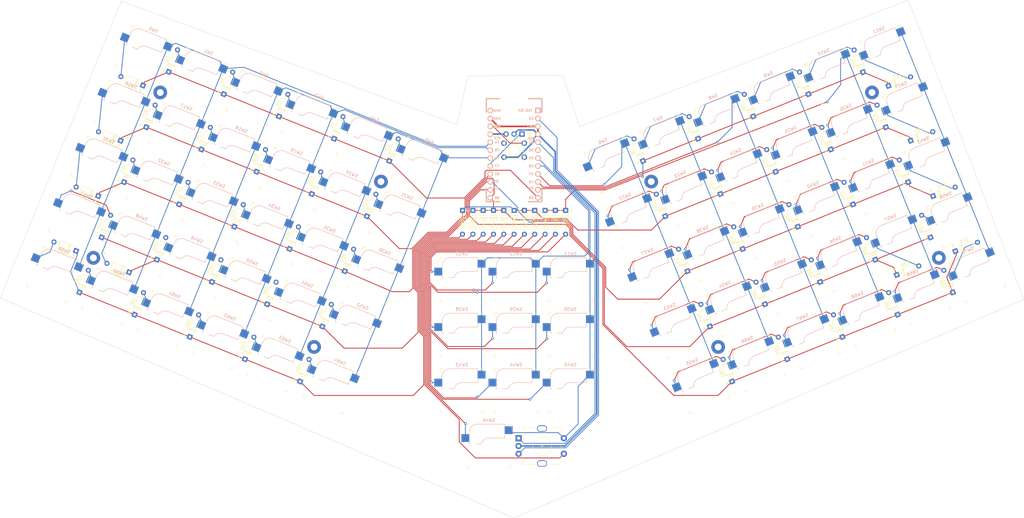
<source format=kicad_pcb>
(kicad_pcb (version 20240108) (generator "pcbnew") (generator_version "8.0")
  (layers (0 "F.Cu" signal) (31 "B.Cu" signal) (34 "B.Paste" user) (35 "F.Paste" user) (36 "B.SilkS" user "B.Silkscreen") (37 "F.SilkS" user "F.Silkscreen") (38 "B.Mask" user) (39 "F.Mask" user) (44 "Edge.Cuts" user))
  (net 0 "")
  (net 1 "/COL0")
  (net 2 "/COL1")
  (net 3 "/COL2")
  (net 4 "/COL3")
  (net 5 "/COL4")
  (net 6 "/COL5")
  (net 7 "/COL6")
  (net 8 "/COL7")
  (net 10 "/ROTA")
  (net 11 "/ROTB")
  (net 12 "Net-(D70-A)")
  (net 13 "/PIN15")
  (net 14 "GND")
  (net 15 "+5V")
  (net 16 "/ROW0")
  (net 17 "/ROW1")
  (net 18 "Net-(D60-A)")
  (net 19 "/ROW3")
  (net 20 "/ROW4")
  (net 21 "Net-(D0-A)")
  (net 22 "Net-(D1-A)")
  (net 23 "Net-(D2-A)")
  (net 24 "Net-(D3-A)")
  (net 25 "Net-(D4-A)")
  (net 26 "Net-(D5-A)")
  (net 27 "Net-(D6-A)")
  (net 28 "Net-(D7-A)")
  (net 29 "Net-(D8-A)")
  (net 30 "Net-(D9-A)")
  (net 31 "Net-(D10-A)")
  (net 32 "Net-(D11-A)")
  (net 33 "Net-(D12-A)")
  (net 34 "Net-(D13-A)")
  (net 35 "Net-(D14-A)")
  (net 36 "Net-(D15-A)")
  (net 37 "Net-(D16-A)")
  (net 38 "Net-(D17-A)")
  (net 39 "Net-(D18-A)")
  (net 40 "Net-(D19-A)")
  (net 41 "Net-(D20-A)")
  (net 42 "Net-(D21-A)")
  (net 43 "Net-(D22-A)")
  (net 44 "Net-(D23-A)")
  (net 45 "Net-(D24-A)")
  (net 46 "Net-(D25-A)")
  (net 47 "Net-(D26-A)")
  (net 48 "Net-(D27-A)")
  (net 49 "Net-(D28-A)")
  (net 50 "Net-(D29-A)")
  (net 51 "Net-(D30-A)")
  (net 52 "Net-(D31-A)")
  (net 53 "Net-(D32-A)")
  (net 54 "Net-(D33-A)")
  (net 55 "Net-(D34-A)")
  (net 56 "Net-(D61-A)")
  (net 57 "Net-(D36-A)")
  (net 58 "Net-(D37-A)")
  (net 59 "Net-(D38-A)")
  (net 60 "Net-(D39-A)")
  (net 61 "Net-(D40-A)")
  (net 62 "Net-(D41-A)")
  (net 63 "Net-(D43-A)")
  (net 64 "Net-(D44-A)")
  (net 65 "Net-(D45-A)")
  (net 66 "Net-(D46-A)")
  (net 67 "Net-(D47-A)")
  (net 68 "Net-(D48-A)")
  (net 69 "Net-(D49-A)")
  (net 70 "Net-(D50-A)")
  (net 71 "Net-(D51-A)")
  (net 72 "Net-(D52-A)")
  (net 73 "Net-(D53-A)")
  (net 74 "Net-(D54-A)")
  (net 75 "Net-(D55-A)")
  (net 76 "Net-(D56-A)")
  (net 77 "Net-(D57-A)")
  (net 78 "Net-(D58-A)")
  (net 79 "Net-(D59-A)")
  (net 80 "Net-(U0-RST)")
  (net 82 "Net-(D62-A)")
  (net 83 "Net-(D63-A)")
  (net 84 "Net-(D64-A)")
  (net 85 "Net-(D65-A)")
  (net 86 "Net-(D66-A)")
  (net 87 "Net-(D67-A)")
  (net 88 "Net-(D68-A)")
  (net 89 "Net-(D69-A)")
  (net 90 "/ROW2")
  (net 92 "Net-(D35-A)")
  (footprint "Diode_THT:D_DO-35_SOD27_P7.62mm_Horizontal" (layer "F.Cu") (at 90.716236 70.674026 68)
    (property "Reference" "D1")
    (property "Value" "1N4148")
  )
  (footprint "keyswitches:Kailh_socket_MX" (layer "F.Cu") (at 307.217649 132.145978 22)
    (property "Reference" "SW56")
    (property "Value" "MX")
  )
  (footprint "keyswitches:Kailh_socket_MX" (layer "F.Cu") (at 219.315955 137.211431)
    (property "Reference" "SW14")
    (property "Value" "MX")
  )
  (footprint "Diode_THT:D_DO-35_SOD27_P7.62mm_Horizontal" (layer "F.Cu") (at 313.023542 70.744577 112)
    (property "Reference" "D10")
    (property "Value" "1N4148")
  )
  (footprint "keyswitches:Kailh_socket_MX" (layer "F.Cu") (at 79.035904 125.010535 -22)
    (property "Reference" "SW48")
    (property "Value" "MX")
  )
  (footprint "Connector_PinHeader_2.54mm:PinHeader_1x03_P2.54mm_Vertical" (layer "F.Cu") (at 203.848455 90.6 -90)
    (property "Reference" "J0")
    (property "Value" "Conn_01x03")
  )
  (footprint "Diode_THT:D_DO-35_SOD27_P7.62mm_Horizontal" (layer "F.Cu") (at 327.472682 105.998919 112)
    (property "Reference" "D41")
    (property "Value" "1N4148")
  )
  (footprint "keyswitches:Kailh_socket_MX" (layer "F.Cu") (at 232.820324 100.566188 22)
    (property "Reference" "SW6")
    (property "Value" "MX")
  )
  (footprint "Diode_THT:D_DO-35_SOD27_P7.62mm_Horizontal" (layer "F.Cu") (at 292.146977 120.27143 112)
    (property "Reference" "D39")
    (property "Value" "1N4148")
  )
  (footprint "Diode_THT:D_DO-35_SOD27_P7.62mm_Horizontal" (layer "F.Cu") (at 217.823451 115.061431 -90)
    (property "Reference" "D12")
    (property "Value" "1N4148")
  )
  (footprint "Diode_THT:D_DO-35_SOD27_P7.62mm_Horizontal" (layer "F.Cu") (at 341.745193 141.324624 112)
    (property "Reference" "D69")
    (property "Value" "1N4148")
  )
  (footprint "keyswitches:Kailh_socket_MX" (layer "F.Cu") (at 342.543353 117.873467 22)
    (property "Reference" "SW58")
    (property "Value" "MX")
  )
  (footprint "Diode_THT:D_DO-35_SOD27_P7.62mm_Horizontal" (layer "F.Cu") (at 118.883209 102.665021 68)
    (property "Reference" "D18")
    (property "Value" "1N4148")
  )
  (footprint "keyswitches:Kailh_socket_MX" (layer "F.Cu") (at 184.600955 172.771431)
    (property "Reference" "SW43")
    (property "Value" "MX")
  )
  (footprint "keyswitches:Kailh_socket_MX" (layer "F.Cu") (at 239.956581 118.22904 22)
    (property "Reference" "SW22")
    (property "Value" "MX")
  )
  (footprint "Diode_THT:D_DO-35_SOD27_P7.62mm_Horizontal" (layer "F.Cu") (at 263.976258 152.253152 112)
    (property "Reference" "D53")
    (property "Value" "1N4148")
  )
  (footprint "Diode_THT:D_DO-35_SOD27_P7.62mm_Horizontal" (layer "F.Cu") (at 139.940149 152.253966 68)
    (property "Reference" "D52")
    (property "Value" "1N4148")
  )
  (footprint "keyswitches:Kailh_socket_MX" (layer "F.Cu") (at 128.63412 103.957342 -22)
    (property "Reference" "SW19")
    (property "Value" "MX")
  )
  (footprint "keyswitches:Kailh_socket_MX" (layer "F.Cu") (at 142.551059 171.218411 -22)
    (property "Reference" "SW64")
    (property "Value" "MX" (hide yes))
  )
  (footprint "keyswitches:Kailh_socket_MX" (layer "F.Cu") (at 149.687313 153.555558 -22)
    (property "Reference" "SW52")
    (property "Value" "MX")
  )
  (footprint "Diode_THT:D_DO-35_SOD27_P7.62mm_Horizontal" (layer "F.Cu") (at 126.041941 84.946539 68)
    (property "Reference" "D3")
    (property "Value" "1N4148")
  )
  (footprint "keyswitches:Kailh_socket_MX" (layer "F.Cu") (at 254.229092 153.554745 22)
    (property "Reference" "SW53")
    (property "Value" "MX")
  )
  (footprint "keyswitches:Kailh_socket_MX" (layer "F.Cu") (at 257.619432 111.092785 22)
    (property "Reference" "SW23")
    (property "Value" "MX")
  )
  (footprint "keyswitches:Kailh_socket_MX" (layer "F.Cu") (at 146.296975 111.093598 -22)
    (property "Reference" "SW20")
    (property "Value" "MX")
  )
  (footprint "Diode_THT:D_DO-35_SOD27_P7.62mm_Horizontal" (layer "F.Cu") (at 122.277295 145.11771 68)
    (property "Reference" "D51")
    (property "Value" "1N4148")
  )
  (footprint "keyswitches:Kailh_socket_MX" (layer "F.Cu") (at 271.891945 146.41849 22)
    (property "Reference" "SW54")
    (property "Value" "MX")
  )
  (footprint "Diode_THT:D_DO-35_SOD27_P7.62mm_Horizontal" (layer "F.Cu") (at 115.159769 162.734204 68)
    (property "Reference" "D63")
    (property "Value" "1N4148")
  )
  (footprint "Diode_THT:D_DO-35_SOD27_P7.62mm_Horizontal" (layer "F.Cu") (at 288.756636 162.733391 112)
    (property "Reference" "D66")
    (property "Value" "1N4148")
  )
  (footprint "keyswitches:Kailh_socket_MX" (layer "F.Cu") (at 86.172161 107.347685 -22)
    (property "Reference" "SW32")
    (property "Value" "MX")
  )
  (footprint "keyswitches:Kailh_socket_MX" (layer "F.Cu") (at 275.282286 103.956529 22)
    (property "Reference" "SW24")
    (property "Value" "MX")
  )
  (footprint "Diode_THT:D_DO-35_SOD27_P7.62mm_Horizontal" (layer "F.Cu") (at 295.537319 77.80947 112)
    (property "Reference" "D9")
    (property "Value" "1N4148")
  )
  (footprint "Diode_THT:D_DO-35_SOD27_P7.62mm_Horizontal" (layer "F.Cu") (at 342.578911 128.132145 22)
    (property "Reference" "D70")
    (property "Value" "1N4148")
  )
  (footprint "Diode_THT:D_DO-35_SOD27_P7.62mm_Horizontal" (layer "F.Cu") (at 62.171214 141.325438 68)
    (property "Reference" "D60")
    (property "Value" "1N4148")
  )
  (footprint "keyswitches:Kailh_socket_MX" (layer "F.Cu") (at 250.483178 93.429932 22)
    (property "Reference" "SW7")
    (property "Value" "MX")
  )
  (footprint "keyswitches:Kailh_socket_MX" (layer "F.Cu") (at 201.958455 154.991431)
    (property "Reference" "SW29")
    (property "Value" "MX")
  )
  (footprint "Diode_THT:D_DO-35_SOD27_P7.62mm_Horizontal" (layer "F.Cu") (at 299.301962 137.980641 112)
    (property "Reference" "D55")
    (property "Value" "1N4148")
  )
  (footprint "keyswitches:Kailh_socket_MX" (layer "F.Cu") (at 153.433227 93.430746 -22)
    (property "Reference" "SW4")
    (property "Value" "MX")
  )
  (footprint "keyswitches:Kailh_socket_MX" (layer "F.Cu") (at 289.554797 139.282234 22)
    (property "Reference" "SW55")
    (property "Value" "MX")
  )
  (footprint "Diode_THT:D_DO-35_SOD27_P7.62mm_Horizontal" (layer "F.Cu") (at 78.055062 134.887292 158)
    (property "Reference" "D48")
    (property "Value" "1N4148")
  )
  (footprint "Diode_THT:D_DO-35_SOD27_P7.62mm_Horizontal" (layer "F.Cu") (at 274.484124 127.407686 112)
    (property "Reference" "D38")
    (property "Value" "1N4148")
  )
  (footprint "" (layer "F.Cu") (at 137.73938 159.070727 -22)
    (property "Reference" "")
    (property "Value" "")
  )
  (footprint "Diode_THT:D_DO-35_SOD27_P7.62mm_Horizontal" (layer "F.Cu") (at 161.367646 99.21905 68)
    (property "Reference" "D5")
    (property "Value" "1N4148")
  )
  (footprint "Diode_THT:D_DO-35_SOD27_P7.62mm_Horizontal" (layer "F.Cu") (at 277.874466 84.945726 112)
    (property "Reference" "D8")
    (property "Value" "1N4148")
  )
  (footprint "keyswitches:Kailh_socket_MX" (layer "F.Cu") (at 201.958455 172.771431)
    (property "Reference" "SW44")
    (property "Value" "MX")
  )
  (footprint "Diode_THT:D_DO-35_SOD27_P7.62mm_Horizontal" (layer "F.Cu") (at 83.557502 88.392511 68)
    (property "Reference" "D16")
    (property "Value" "1N4148")
  )
  (footprint "Diode_THT:D_DO-35_SOD27_P7.62mm_Horizontal" (layer "F.Cu") (at 188.123458 115.061431 -90)
    (property "Reference" "D46")
    (property "Value" "1N4148")
  )
  (footprint "keyswitches:Kailh_socket_MX" (layer "F.Cu") (at 103.835012 114.483938 -22)
    (property "Reference" "SW33")
    (property "Value" "MX")
  )
  (footprint "keyswitches:Kailh_socket_MX" (layer "F.Cu") (at 317.744246 107.34687 22)
    (property "Reference" "SW41")
    (property "Value" "MX")
  )
  (footprint "Diode_THT:D_DO-35_SOD27_P7.62mm_Horizontal" (layer "F.Cu") (at 323.797412 135.720364 22)
    (property "Reference" "D57")
    (property "Value" "1N4148")
  )
  (footprint "keyswitches:Kailh_socket_MX" (layer "F.Cu") (at 261.365348 171.217597 22)
    (property "Reference" "SW65")
    (property "Value" "MX")
  )
  (footprint "Diode_THT:D_DO-35_SOD27_P7.62mm_Horizontal" (layer "F.Cu") (at 68.20155 110.424343 158)
    (property "Reference" "D31")
    (property "Value" "1N4148")
  )
  (footprint "Diode_THT:D_DO-35_SOD27_P7.62mm_Horizontal" (layer "F.Cu") (at 316.964815 130.844386 112)
    (property "Reference" "D56")
    (property "Value" "1N4148")
  )
  (footprint "keyswitches:Kailh_socket_MX" (layer "F.Cu") (at 332.016758 142.672575 22)
    (property "Reference" "SW69")
    (property "Value" "MX")
  )
  (footprint "Diode_THT:D_DO-35_SOD27_P7.62mm_Horizontal" (layer "F.Cu") (at 328.273097 92.724013 22)
    (property "Reference" "D26")
    (property "Value" "1N4148")
  )
  (footprint "" (layer "F.Cu") (at 88.061389 77.278368 -22)
    (property "Reference" "")
    (property "Value" "")
  )
  (footprint "keyswitches:Kailh_socket_MX" (layer "F.Cu") (at 171.096083 100.567002 -22)
    (property "Reference" "SW5")
    (property "Value" "MX")
  )
  (footprint "keyswitches:Kailh_socket_MX" (layer "F.Cu") (at 303.471734 72.021166 22)
    (property "Reference" "SW10")
    (property "Value" "MX")
  )
  (footprint "keyswitches:Kailh_socket_MX" (layer "F.Cu") (at 285.808883 79.157421 22)
    (property "Reference" "SW9")
    (property "Value" "MX")
  )
  (footprint "keyswitches:Kailh_socket_MX" (layer "F.Cu") (at 100.444669 72.021978 -22)
    (property "Reference" "SW1")
    (property "Value" "MX")
  )
  (footprint "keyswitches:Kailh_socket_MX" (layer "F.Cu") (at 89.562501 149.809645 -22)
    (property "Reference" "SW61")
    (property "Value" "MX" (hide yes))
  )
  (footprint "Diode_THT:D_DO-35_SOD27_P7.62mm_Horizontal" (layer "F.Cu") (at 143.704793 92.082794 68)
    (property "Reference" "D4")
    (property "Value" "1N4148")
  )
  (footprint "Diode_THT:D_DO-35_SOD27_P7.62mm_Horizontal" (layer "F.Cu") (at 97.496919 155.597949 68)
    (property "Reference" "D62")
    (property "Value" "1N4148")
  )
  (footprint "keyswitches:Kailh_socket_MX" (layer "F.Cu") (at 96.698759 132.146792 -22)
    (property "Reference" "SW49")
    (property "Value" "MX")
  )
  (footprint "keyswitches:Kailh_socket_MX" (layer "F.Cu") (at 139.160716 128.75645 -22)
    (property "Reference" "SW35")
    (property "Value" "MX")
  )
  (footprint "" (layer "F.Cu") (at 158.601816 105.697662 -22)
    (property "Reference" "")
    (property "Value" "")
  )
  (footprint "Diode_THT:D_DO-35_SOD27_P7.62mm_Horizontal" (layer "F.Cu") (at 201.323454 115.061431 -90)
    (property "Reference" "D29")
    (property "Value" "1N4148")
  )
  (footprint "keyswitches:Kailh_socket_MX" (layer "F.Cu") (at 93.308416 89.684831 -22)
    (property "Reference" "SW17")
    (property "Value" "MX")
  )
  (footprint "keyswitches:Kailh_socket_MX" (layer "F.Cu") (at 314.353905 149.80883 22)
    (property "Reference" "SW68")
    (property "Value" "MX")
  )
  (footprint "keyswitches:Kailh_socket_MX" (layer "F.Cu") (at 184.600955 154.991431)
    (property "Reference" "SW28")
    (property "Value" "MX")
  )
  (footprint "keyswitches:Kailh_socket_MX" (layer "F.Cu") (at 61.373053 117.87428 -22)
    (property "Reference" "SW47")
    (property "Value" "MX")
  )
  (footprint "Diode_THT:D_DO-35_SOD27_P7.62mm_Horizontal" (layer "F.Cu") (at 302.69605 95.527952 112)
    (property "Reference" "D24")
    (property "Value" "1N4148")
  )
  (footprint "Diode_THT:D_DO-35_SOD27_P7.62mm_Horizontal" (layer "F.Cu") (at 75.356536 92.715131 158)
    (property "Reference" "D15")
    (property "Value" "1N4148")
  )
  (footprint "Diode_THT:D_DO-35_SOD27_P7.62mm_Horizontal" (layer "F.Cu") (at 204.623453 115.061431 -90)
    (property "Reference" "D28")
    (property "Value" "1N4148")
  )
  (footprint "keyswitches:Kailh_socket_MX" (layer "F.Cu") (at 321.134588 64.88491 22)
    (property "Reference" "SW11")
    (property "Value" "MX")
  )
  (footprint "keyswitches:Kailh_socket_MX" (layer "F.Cu") (at 82.781821 64.885724 -22)
    (property "Reference" "SW0")
    (property "Value" "MX")
  )
  (footprint "Diode_THT:D_DO-35_SOD27_P7.62mm_Horizontal" (layer "F.Cu") (at 61.087598 128.031991 158)
    (property "Reference" "D59")
    (property "Value" "1N4148")
  )
  (footprint "Diode_THT:D_DO-35_SOD27_P7.62mm_Horizontal" (layer "F.Cu") (at 267.370345 109.800464 112)
    (property "Reference" "D22")
    (property "Value" "1N4148")
  )
  (footprint "keyswitches:Kailh_socket_MX" (layer "F.Cu") (at 132.024463 146.419303 -22)
    (property "Reference" "SW51")
    (property "Value" "MX")
  )
  (footprint "Diode_THT:D_DO-35_SOD27_P7.62mm_Horizontal" (layer "F.Cu") (at 256.821273 134.543942 112)
    (property "Reference" "D37")
    (property "Value" "1N4148")
  )
  (footprint "Diode_THT:D_DO-35_SOD27_P7.62mm_Horizontal" (layer "F.Cu") (at 101.220357 95.528767 68)
    (property "Reference" "D17")
    (property "Value" "1N4148")
  )
  (footprint "keyswitches:Kailh_socket_MX" (layer "F.Cu") (at 324.880502 125.009722 22)
    (property "Reference" "SW57")
    (property "Value" "MX")
  )
  (footprint "keyswitches:Kailh_socket_MX" (layer "F.Cu") (at 300.081394 114.483126 22)
    (property "Reference" "SW40")
    (property "Value" "MX")
  )
  (footprint "Keebio-Parts:RotaryEncoder_EC11" (layer "F.Cu") (at 210.252205 190.551431)
    (property "Reference" "SW15")
    (property "Value" "RotaryEncoder_Switch")
  )
  (footprint "Diode_THT:D_DO-35_SOD27_P7.62mm_Horizontal" (layer "F.Cu") (at 147.095135 134.544755 68)
    (property "Reference" "D36")
    (property "Value" "1N4148")
  )
  (footprint "Diode_THT:D_DO-35_SOD27_P7.62mm_Horizontal" (layer "F.Cu") (at 76.443724 105.999731 68)
    (property "Reference" "D32")
    (property "Value" "1N4148")
  )
  (footprint "Diode_THT:D_DO-35_SOD27_P7.62mm_Horizontal" (layer "F.Cu") (at 79.834064 148.461692 68)
    (property "Reference" "D61")
    (property "Value" "1N4148")
  )
  (footprint "Diode_THT:D_DO-35_SOD27_P7.62mm_Horizontal" (layer "F.Cu") (at 285.033197 102.664208 112)
    (property "Reference" "D23")
    (property "Value" "1N4148")
  )
  (footprint "Diode_THT:D_DO-35_SOD27_P7.62mm_Horizontal" (layer "F.Cu") (at 211.223451 115.061431 -90)
    (property "Reference" "D14")
    (property "Value" "1N4148")
  )
  (footprint "Diode_THT:D_DO-35_SOD27_P7.62mm_Horizontal" (layer "F.Cu") (at 132.822623 169.87046 68)
    (property "Reference" "D64")
    (property "Value" "1N4148")
  )
  (footprint "keyswitches:Kailh_socket_MX" (layer "F.Cu") (at 184.600955 137.211431)
    (property "Reference" "SW12")
    (property "Value" "MX")
  )
  (footprint "Diode_THT:D_DO-35_SOD27_P7.62mm_Horizontal" (layer "F.Cu") (at 108.379089 77.810284 68)
    (property "Reference" "D2")
    (property "Value" "1N4148")
  )
  (footprint "keyswitches:Kailh_socket_MX" (layer "F.Cu") (at 335.407099 100.210614 22)
    (property "Reference" "SW42")
    (property "Value" "MX")
  )
  (footprint "keyswitches:Kailh_socket_MX" (layer "F.Cu") (at 201.958455 137.211431)
    (property "Reference" "SW13")
    (property "Value" "MX")
  )
  (footprint "keyswitches:Kailh_socket_MX" (layer "F.Cu") (at 268.146029 86.293677 22)
    (property "Reference" "SW8")
    (property "Value" "MX")
  )
  (footprint "Diode_THT:D_DO-35_SOD27_P7.62mm_Horizontal" (layer "F.Cu") (at 69.288737 123.708944 68)
    (property "Reference" "D47")
    (property "Value" "1N4148")
  )
  (footprint "Diode_THT:D_DO-35_SOD27_P7.62mm_Horizontal" (layer "F.Cu") (at 260.211613 92.081982 112)
    (property "Reference" "D7")
    (property "Value" "1N4148")
  )
  (footprint "keyswitches:Kailh_socket_MX" (layer "F.Cu") (at 328.270843 82.547762 22)
    (property "Reference" "SW27")
    (property "Value" "MX")
  )
  (footprint "Diode_THT:D_DO-35_SOD27_P7.62mm_Horizontal" (layer "F.Cu") (at 184.823459 115.061431 -90)
    (property "Reference" "D30")
    (property "Value" "1N4148")
  )
  (footprint "" (layer "F.Cu") (at 245.219878 105.829486 22)
    (property "Reference" "")
    (property "Value" "")
  )
  (footprint "keyswitches:Kailh_socket_MX" (layer "F.Cu") (at 68.509308 100.211428 -22)
    (property "Reference" "SW31")
    (property "Value" "MX")
  )
  (footprint "keyswitches:Kailh_socket_MX" (layer "F.Cu") (at 193.279705 190.551431)
    (property "Reference" "SW46")
    (property "Value" "MX")
  )
  (footprint "keyswitches:Kailh_socket_MX" (layer "F.Cu") (at 135.770378 86.29449 -22)
    (property "Reference" "SW3")
    (property "Value" "MX")
  )
  (footprint "keyswitches:Kailh_socket_MX" (layer "F.Cu") (at 247.092837 135.891892 22)
    (property "Reference" "SW37")
    (property "Value" "MX")
  )
  (footprint "keyswitches:Kailh_socket_MX" (layer "F.Cu") (at 71.899651 142.673388 -22)
    (property "Reference" "SW60")
    (property "Value" "MX" (hide yes))
  )
  (footprint "Diode_THT:D_DO-35_SOD27_P7.62mm_Horizontal" (layer "F.Cu") (at 194.723456 115.061431 -90)
    (property "Reference" "D44")
    (property "Value" "1N4148")
  )
  (footprint "Molex-0548190589:PushButton_6x6mm_TH_Pretty" (layer "F.Cu") (at 201.323455 95.771431)
    (property "Reference" "SW71")
    (property "Value" "MX")
  )
  (footprint "keyswitches:Kailh_socket_MX" (layer "F.Cu") (at 54.236797 135.537132 -22)
    (property "Reference" "SW59")
    (property "Value" "MX" (hide yes))
  )
  (footprint "Diode_THT:D_DO-35_SOD27_P7.62mm_Horizontal" (layer "F.Cu") (at 207.923452 115.061431 -90)
    (property "Reference" "D27")
    (property "Value" "1N4148")
  )
  (footprint "" (layer "F.Cu") (at 316.073465 77.351078 22)
    (property "Reference" "")
    (property "Value" "")
  )
  (footprint "keyswitches:Kailh_socket_MX" (layer "F.Cu") (at 156.823571 135.892706 -22)
    (property "Reference" "SW36")
    (property "Value" "MX")
  )
  (footprint "" (layer "F.Cu") (at 266.628646 158.818043 22)
    (property "Reference" "")
    (property "Value" "")
  )
  (footprint "Diode_THT:D_DO-35_SOD27_P7.62mm_Horizontal" (layer "F.Cu") (at 129.432281 127.408499 68)
    (property "Reference" "D35")
    (property "Value" "1N4148")
  )
  (footprint "keyswitches:Kailh_socket_MX" (layer "F.Cu") (at 282.418542 121.619382 22)
    (property "Reference" "SW39")
    (property "Value" "MX")
  )
  (footprint "keyswitches:Kailh_socket_MX" (layer "F.Cu") (at 163.959826 118.229855 -22)
    (property "Reference" "SW21")
    (property "Value" "MX")
  )
  (footprint "Diode_THT:D_DO-35_SOD27_P7.62mm_Horizontal" (layer "F.Cu") (at 191.423457 115.061431 -90)
    (property "Reference" "D45")
    (property "Value" "1N4148")
  )
  (footprint "Diode_THT:D_DO-35_SOD27_P7.62mm_Horizontal" (layer "F.Cu") (at 136.546061 109.801278 68)
    (property "Reference" "D19")
    (property "Value" "1N4148")
  )
  (footprint "keyswitches:Kailh_socket_MX" (layer "F.Cu") (at 219.315955 154.991431)
    (property "Reference" "SW30")
    (property "Value" "MX")
  )
  (footprint "keyswitches:Kailh_socket_MX" (layer "F.Cu") (at 349.679609 135.53632 22)
    (property "Reference" "SW70")
    (property "Value" "MX")
  )
  (footprint "Diode_THT:D_DO-35_SOD27_P7.62mm_Horizontal" (layer "F.Cu") (at 249.707492 116.93672 112)
    (property "Reference" "D21")
    (property "Value" "1N4148")
  )
  (footprint "Diode_THT:D_DO-35_SOD27_P7.62mm_Horizontal" (layer "F.Cu") (at 324.082341 148.46088 112)
    (property "Reference" "D68")
    (property "Value" "1N4148")
  )
  (footprint "keyswitches:Kailh_socket_MX" (layer "F.Cu") (at 219.315955 172.771431)
    (property "Reference" "SW45")
    (property "Value" "MX")
  )
  (footprint "Diode_THT:D_DO-35_SOD27_P7.62mm_Horizontal" (layer "F.Cu") (at 214.52345 115.061431 -90)
    (property "Reference" "D13")
    (property "Value" "1N4148")
  )
  (footprint "Diode_THT:D_DO-35_SOD27_P7.62mm_Horizontal" (layer "F.Cu") (at 309.809829 113.135175 112)
    (property "Reference" "D40")
    (property "Value" "1N4148")
  )
  (footprint "Diode_THT:D_DO-35_SOD27_P7.62mm_Horizontal" (layer "F.Cu") (at 104.614445 137.981456 68)
    (property "Reference" "D50")
    (property "Value" "1N4148")
  )
  (footprint "Diode_THT:D_DO-35_SOD27_P7.62mm_Horizontal" (layer "F.Cu") (at 94.106576 113.135988 68)
    (property "Reference" "D33")
    (property "Value" "1N4148")
  )
  (footprint "keyswitches:Kailh_socket_MX" (layer "F.Cu") (at 114.361608 139.283046 -22)
    (property "Reference" "SW50")
    (property "Value" "MX")
  )
  (footprint "Diode_THT:D_DO-35_SOD27_P7.62mm_Horizontal" (layer "F.Cu") (at 335.442655 110.469292 22)
    (property "Reference" "D42")
    (property "Value" "1N4148")
  )
  (footprint "Diode_THT:D_DO-35_SOD27_P7.62mm_Horizontal" (layer "F.Cu") (at 198.023455 115.061431 -90)
    (property "Reference" "D43")
    (property "Value" "1N4148")
  )
  (footprint "keyswitches:Kailh_socket_MX" (layer "F.Cu") (at 124.888206 164.082155 -22)
    (property "Reference" "SW63")
    (property "Value" "MX" (hide yes))
  )
  (footprint "Diode_THT:D_DO-35_SOD27_P7.62mm_Horizontal" (layer "F.Cu") (at 242.548761 99.218237 112)
    (property "Reference" "D6")
    (property "Value" "1N4148")
  )
  (footprint "Diode_THT:D_DO-35_SOD27_P7.62mm_Horizontal" (layer "F.Cu") (at 271.093784 169.869646 112)
    (property "Reference" "D65")
    (property "Value" "1N4148")
  )
  (footprint "Diode_THT:D_DO-35_SOD27_P7.62mm_Horizontal" (layer "F.Cu") (at 82.496365 75.043434 158)
    (property "Reference" "D0")
    (property "Value" "1N4148")
  )
  (footprint "" (layer "F.Cu") (at 66.46227 130.270908 -22)
    (property "Reference" "")
    (property "Value" "")
  )
  (footprint "Diode_THT:D_DO-35_SOD27_P7.62mm_Horizontal" (layer "F.Cu") (at 306.419489 155.597135 112)
    (property "Reference" "D67")
    (property "Value" "1N4148")
  )
  (footprint "Diode_THT:D_DO-35_SOD27_P7.62mm_Horizontal" (layer "F.Cu") (at 321.170144 75.143587 22)
    (property "Reference" "D11")
    (property "Value" "1N4148")
  )
  (footprint "Diode_THT:D_DO-35_SOD27_P7.62mm_Horizontal" (layer "F.Cu") (at 111.769431 120.272244 68)
    (property "Reference" "D34")
    (property "Value" "1N4148")
  )
  (footprint "Diode_THT:D_DO-35_SOD27_P7.62mm_Horizontal" (layer "F.Cu") (at 86.951591 130.845199 68)
    (property "Reference" "D49")
    (property "Value" "1N4148")
  )
  (footprint "Diode_THT:D_DO-35_SOD27_P7.62mm_Horizontal" (layer "F.Cu") (at 154.208913 116.937532 68)
    (property "Reference" "D20")
    (property "Value" "1N4148")
  )
  (footprint "keyswitches:Kailh_socket_MX" (layer "F.Cu") (at 121.497867 121.620195 -22)
    (property "Reference" "SW34")
    (property "Value" "MX")
  )
  (footprint "keyswitches:Kailh_socket_MX" (layer "F.Cu") (at 279.0282 164.081342 22)
    (property "Reference" "SW66")
    (property "Value" "MX")
  )
  (footprint "Diode_THT:D_DO-35_SOD27_P7.62mm_Horizontal" (layer "F.Cu") (at 320.358903 88.391697 112)
    (property "Reference" "D25")
    (property "Value" "1N4148")
  )
  (footprint "Diode_THT:D_DO-35_SOD27_P7.62mm_Horizontal" (layer "F.Cu") (at 281.639111 145.116897 112)
    (property "Reference" "D54")
    (property "Value" "1N4148")
  )
  (footprint "keyswitches:Kailh_socket_MX" (layer "F.Cu") (at 310.607991 89.684018 22)
    (property "Reference" "SW26")
    (property "Value" "MX")
  )
  (footprint "Diode_THT:D_DO-35_SOD27_P7.62mm_Horizontal" (layer "F.Cu") (at 334.627668 123.70813 112)
    (property "Reference" "D58")
    (property "Value" "1N4148")
  )
  (footprint "keyswitches:Kailh_socket_MX" (layer "F.Cu") (at 75.645565 82.548576 -22)
    (property "Reference" "SW16")
    (property "Value" "MX")
  )
  (footprint "keyswitches:Kailh_socket_MX" (layer "F.Cu") (at 296.691053 156.945086 22)
    (property "Reference" "SW67")
    (property "Value" "MX")
  )
  (footprint "keyswitches:Kailh_socket_MX" (layer "F.Cu") (at 110.97127 96.821087 -22)
    (property "Reference" "SW18")
    (property "Value" "MX")
  )
  (footprint "keyswitches:Kailh_socket_MX" (layer "F.Cu") (at 107.225355 156.9459 -22)
    (property "Reference" "SW62")
    (property "Value" "MX" (hide yes))
  )
  (footprint "keyswitches:Kailh_socket_MX" (layer "F.Cu") (at 118.107525 79.158234 -22)
    (property "Reference" "SW2")
    (property "Value" "MX")
  )
  (footprint "keyswitches:Kailh_socket_MX" (layer "F.Cu") (at 292.945137 96.820274 22)
    (property "Reference" "SW25")
    (property "Value" "MX")
  )
  (footprint "keyswitches:Kailh_socket_MX" (layer "F.Cu") (at 264.755689 128.755637 22)
    (property "Reference" "SW38")
    (property "Value" "MX")
  )
  (footprint "" (layer "F.Cu") (at 337.360485 130.038301 22)
    (property "Reference" "")
    (property "Value" "")
  )
  (footprint "Keebio-Parts:ArduinoProMicro" (layer "B.Cu") (at 201.323455 97.041431 -90)
    (property "Reference" "U0" (hide yes))
    (property "Value" "Sparkfun_Pro_Micro" (hide yes))
  )
  (gr_line (start 201.2 213.6) (end 36.8 143.1) (stroke (width 0.1)) (layer "Edge.Cuts"))
  (gr_line (start 36.8 143.1) (end 75.6 48) (stroke (width 0.1)) (layer "Edge.Cuts"))
  (gr_line (start 183 87.5) (end 186.5 72) (stroke (width 0.1)) (layer "Edge.Cuts"))
  (gr_line (start 222.3 88.2) (end 327.5 47.7) (stroke (width 0.1)) (layer "Edge.Cuts"))
  (gr_line (start 75.6 48) (end 183 87.5) (stroke (width 0.1)) (layer "Edge.Cuts"))
  (gr_line (start 186.5 72) (end 216.9 71.8) (stroke (width 0.1)) (layer "Edge.Cuts"))
  (gr_line (start 364.5 143.6) (end 201.2 213.6) (stroke (width 0.1)) (layer "Edge.Cuts"))
  (gr_line (start 327.5 47.7) (end 364.5 143.6) (stroke (width 0.1)) (layer "Edge.Cuts"))
  (gr_line (start 216.9 71.8) (end 222.3 88.2) (stroke (width 0.1)) (layer "Edge.Cuts"))
  (segment (start 83.401251 80.185971) (end 83.380552 80.194757) (width 0.25) (layer "B.Cu") (net 1))
  (segment (start 61.992484 133.174526) (end 61.971785 133.183313) (width 0.25) (layer "B.Cu") (net 1))
  (segment (start 163.589283 89.058572) (end 158.914701 87.158131) (width 0.25) (layer "B.Cu") (net 1))
  (segment (start 93.907148 104.993866) (end 93.927844 104.985081) (width 0.25) (layer "B.Cu") (net 1))
  (segment (start 90.516809 62.531905) (end 92.957666 61.495823) (width 0.25) (layer "B.Cu") (net 1))
  (segment (start 193.703455 93.231431) (end 192.42763 94.507256) (width 0.25) (layer "B.Cu") (net 1))
  (segment (start 90.525595 62.552603) (end 83.401251 80.185971) (width 0.25) (layer "B.Cu") (net 1))
  (segment (start 107.143575 67.227302) (end 108.179657 69.668159) (width 0.25) (layer "B.Cu") (net 1))
  (segment (start 83.380552 80.194757) (end 83.389339 80.215456) (width 0.25) (layer "B.Cu") (net 1))
  (segment (start 93.927844 104.985081) (end 108.188443 69.688858) (width 0.25) (layer "B.Cu") (net 1))
  (segment (start 76.244296 97.857609) (end 76.253082 97.878308) (width 0.25) (layer "B.Cu") (net 1))
  (segment (start 86.791591 122.64793) (end 93.915934 105.014564) (width 0.25) (layer "B.Cu") (net 1))
  (segment (start 86.770891 122.656717) (end 86.791591 122.64793) (width 0.25) (layer "B.Cu") (net 1))
  (segment (start 76.253082 97.878308) (end 69.128738 115.511676) (width 0.25) (layer "B.Cu") (net 1))
  (segment (start 69.116827 115.54116) (end 61.992484 133.174526) (width 0.25) (layer "B.Cu") (net 1))
  (segment (start 192.42763 94.507256) (end 177.066352 94.507256) (width 0.25) (layer "B.Cu") (net 1))
  (segment (start 93.915934 105.014564) (end 93.907148 104.993866) (width 0.25) (layer "B.Cu") (net 1))
  (segment (start 79.655335 140.310785) (end 86.779677 122.677415) (width 0.25) (layer "B.Cu") (net 1))
  (segment (start 75.721307 97.646308) (end 76.244296 97.857609) (width 0.25) (layer "B.Cu") (net 1))
  (segment (start 149.825796 83.463055) (end 114.8 69.2) (width 0.25) (layer "B.Cu") (net 1))
  (segment (start 69.108041 115.520462) (end 69.116827 115.54116) (width 0.25) (layer "B.Cu") (net 1))
  (segment (start 92.957666 61.495823) (end 107.143575 67.227302) (width 0.25) (layer "B.Cu") (net 1))
  (segment (start 167.92037 90.812039) (end 165.014618 89.638039) (width 0.25) (layer "B.Cu") (net 1))
  (segment (start 158.914701 87.158131) (end 149.825796 83.463055) (width 0.25) (layer "B.Cu") (net 1))
  (segment (start 86.779677 122.677415) (end 86.770891 122.656717) (width 0.25) (layer "B.Cu") (net 1))
  (segment (start 79.634638 140.319569) (end 79.655335 140.310785) (width 0.25) (layer "B.Cu") (net 1))
  (segment (start 83.389339 80.215456) (end 76.264995 97.848823) (width 0.25) (layer "B.Cu") (net 1))
  (segment (start 176.201816 94.157961) (end 167.92037 90.812039) (width 0.25) (layer "B.Cu") (net 1))
  (segment (start 82.866407 79.987029) (end 83.380552 80.194757) (width 0.25) (layer "B.Cu") (net 1))
  (segment (start 69.128738 115.511676) (end 69.108041 115.520462) (width 0.25) (layer "B.Cu") (net 1))
  (segment (start 114.8 69.2) (end 108.179657 69.668159) (width 0.25) (layer "B.Cu") (net 1))
  (segment (start 165.014618 89.638039) (end 163.589283 89.058572) (width 0.25) (layer "B.Cu") (net 1))
  (segment (start 108.188443 69.688858) (end 108.179657 69.668159) (width 0.25) (layer "B.Cu") (net 1))
  (segment (start 90.516809 62.531905) (end 90.525595 62.552603) (width 0.25) (layer "B.Cu") (net 1))
  (segment (start 177.066352 94.507256) (end 176.201816 94.157961) (width 0.25) (layer "B.Cu") (net 1))
  (segment (start 76.264995 97.848823) (end 76.244296 97.857609) (width 0.25) (layer "B.Cu") (net 1))
  (segment (start 193.271431 95.771431) (end 193.703455 95.771431) (width 0.25) (layer "B.Cu") (net 2))
  (segment (start 164.845421 90.05502) (end 176.97888 94.957256) (width 0.25) (layer "B.Cu") (net 2))
  (segment (start 125.842511 76.804416) (end 125.851298 76.825114) (width 0.25) (layer "B.Cu") (net 2))
  (segment (start 125.842513 76.804416) (end 128.28337 75.768333) (width 0.25) (layer "B.Cu") (net 2))
  (segment (start 143.505366 83.940671) (end 147 82.8) (width 0.25) (layer "B.Cu") (net 2))
  (segment (start 143.514152 83.96137) (end 114.981041 154.583294) (width 0.25) (layer "B.Cu") (net 2))
  (segment (start 125.851298 76.825114) (end 97.318188 147.447038) (width 0.25) (layer "B.Cu") (net 2))
  (segment (start 97.318188 147.447038) (end 97.297488 147.455825) (width 0.25) (layer "B.Cu") (net 2))
  (segment (start 192.457256 94.957256) (end 193.271431 95.771431) (width 0.25) (layer "B.Cu") (net 2))
  (segment (start 176.97888 94.957256) (end 192.457256 94.957256) (width 0.25) (layer "B.Cu") (net 2))
  (segment (start 142.469284 81.499815) (end 143.505366 83.940672) (width 0.25) (layer "B.Cu") (net 2))
  (segment (start 143.505366 83.940672) (end 143.514152 83.96137) (width 0.25) (layer "B.Cu") (net 2))
  (segment (start 114.981041 154.583294) (end 114.960342 154.592081) (width 0.25) (layer "B.Cu") (net 2))
  (segment (start 128.28337 75.768333) (end 142.469284 81.499815) (width 0.25) (layer "B.Cu") (net 2))
  (segment (start 147 82.8) (end 164.845421 90.05502) (width 0.25) (layer "B.Cu") (net 2))
  (segment (start 193.605207 98.213183) (end 193.703455 98.311431) (width 0.25) (layer "B.Cu") (net 3))
  (segment (start 161.177002 91.097626) (end 132.643892 161.71955) (width 0.25) (layer "B.Cu") (net 3))
  (segment (start 178.831071 98.213183) (end 178.85425 98.222548) (width 0.25) (layer "B.Cu") (net 3))
  (segment (start 163.609074 90.040844) (end 177.794988 95.772326) (width 0.25) (layer "B.Cu") (net 3))
  (segment (start 178.839857 98.233881) (end 150.306747 168.855806) (width 0.25) (layer "B.Cu") (net 3))
  (segment (start 161.168215 91.076927) (end 163.609074 90.040844) (width 0.25) (layer "B.Cu") (net 3))
  (segment (start 177.794988 95.772326) (end 178.831071 98.213183) (width 0.25) (layer "B.Cu") (net 3))
  (segment (start 132.643892 161.71955) (end 132.623193 161.728336) (width 0.25) (layer "B.Cu") (net 3))
  (segment (start 178.831071 98.213183) (end 178.839857 98.233881) (width 0.25) (layer "B.Cu") (net 3))
  (segment (start 161.168215 91.076927) (end 161.177002 91.097626) (width 0.25) (layer "B.Cu") (net 3))
  (segment (start 178.831071 98.213183) (end 193.605207 98.213183) (width 0.25) (layer "B.Cu") (net 3))
  (segment (start 150.306747 168.855806) (end 150.286047 168.864592) (width 0.25) (layer "B.Cu") (net 3))
  (segment (start 212.727024 107.175) (end 208.943455 103.391431) (width 0.25) (layer "F.Cu") (net 4))
  (segment (start 230.1 106.8) (end 229.725 107.175) (width 0.25) (layer "F.Cu") (net 4))
  (segment (start 229.725 107.175) (end 212.727024 107.175) (width 0.25) (layer "F.Cu") (net 4))
  (via (at 230.1 106.8) (size 0.8) (drill 0.4) (layers "F.Cu" "B.Cu") (net 4))
  (segment (start 235.769889 94.479239) (end 235.769889 101.030111) (width 0.25) (layer "B.Cu") (net 4))
  (segment (start 235.769889 101.030111) (end 230.1 106.8) (width 0.25) (layer "B.Cu") (net 4))
  (segment (start 254.43286 86.372348) (end 282.965971 156.994275) (width 0.25) (layer "B.Cu") (net 4))
  (segment (start 236.749309 93.499819) (end 235.769889 94.479239) (width 0.25) (layer "B.Cu") (net 4))
  (segment (start 236.749309 93.499819) (end 236.770008 93.508604) (width 0.25) (layer "B.Cu") (net 4))
  (segment (start 254.412163 86.363563) (end 254.43286 86.372348) (width 0.25) (layer "B.Cu") (net 4))
  (segment (start 282.965971 156.994275) (end 282.957185 157.014972) (width 0.25) (layer "B.Cu") (net 4))
  (segment (start 236.770008 93.508604) (end 265.303118 164.130531) (width 0.25) (layer "B.Cu") (net 4))
  (segment (start 265.303118 164.130531) (end 265.294333 164.151228) (width 0.25) (layer "B.Cu") (net 4))
  (segment (start 266.4 93.2) (end 230.2 107.625) (width 0.25) (layer "F.Cu") (net 5))
  (segment (start 230.2 107.625) (end 210.637024 107.625) (width 0.25) (layer "F.Cu") (net 5))
  (segment (start 210.637024 107.625) (end 208.943455 105.931431) (width 0.25) (layer "F.Cu") (net 5))
  (via (at 266.4 93.2) (size 0.8) (drill 0.4) (layers "F.Cu" "B.Cu") (net 5))
  (segment (start 271.095594 80.206728) (end 271.095594 88.504406) (width 0.25) (layer "B.Cu") (net 5))
  (segment (start 271.095594 88.504406) (end 266.4 93.2) (width 0.25) (layer "B.Cu") (net 5))
  (segment (start 272.075014 79.227307) (end 272.095714 79.236094) (width 0.25) (layer "B.Cu") (net 5))
  (segment (start 272.095714 79.236094) (end 300.628824 149.858018) (width 0.25) (layer "B.Cu") (net 5))
  (segment (start 318.291676 142.721763) (end 318.28289 142.742461) (width 0.25) (layer "B.Cu") (net 5))
  (segment (start 289.758566 72.099837) (end 318.291676 142.721763) (width 0.25) (layer "B.Cu") (net 5))
  (segment (start 289.737868 72.091051) (end 289.758566 72.099837) (width 0.25) (layer "B.Cu") (net 5))
  (segment (start 300.628824 149.858018) (end 300.620038 149.878717) (width 0.25) (layer "B.Cu") (net 5))
  (segment (start 272.075014 79.227308) (end 271.095594 80.206728) (width 0.25) (layer "B.Cu") (net 5))
  (segment (start 209.314886 108.1) (end 208.943455 108.471431) (width 0.25) (layer "F.Cu") (net 6))
  (segment (start 209.428569 108.471431) (end 208.943455 108.471431) (width 0.25) (layer "F.Cu") (net 6))
  (segment (start 301.5 80.3) (end 230.3 108.070381) (width 0.25) (layer "F.Cu") (net 6))
  (segment (start 230.295381 108.075) (end 209.825 108.075) (width 0.25) (layer "F.Cu") (net 6))
  (segment (start 209.825 108.075) (end 209.428569 108.471431) (width 0.25) (layer "F.Cu") (net 6))
  (segment (start 230.3 108.070381) (end 230.295381 108.075) (width 0.25) (layer "F.Cu") (net 6))
  (via (at 301.5 80.3) (size 0.8) (drill 0.4) (layers "F.Cu" "B.Cu") (net 6))
  (segment (start 307.400719 64.954796) (end 307.421418 64.963582) (width 0.25) (layer "B.Cu") (net 6))
  (segment (start 325.063572 57.81854) (end 325.084271 57.827326) (width 0.25) (layer "B.Cu") (net 6))
  (segment (start 307.421418 64.963582) (end 335.954528 135.585508) (width 0.25) (layer "B.Cu") (net 6))
  (segment (start 325.084271 57.827326) (end 353.617381 128.44925) (width 0.25) (layer "B.Cu") (net 6))
  (segment (start 305.840634 74.759366) (end 301.5 80.3) (width 0.25) (layer "B.Cu") (net 6))
  (segment (start 305.840634 66.514882) (end 307.400719 64.954797) (width 0.25) (layer "B.Cu") (net 6))
  (segment (start 335.954528 135.585508) (end 335.945742 135.606205) (width 0.25) (layer "B.Cu") (net 6))
  (segment (start 305.840634 74.759366) (end 305.840634 66.514882) (width 0.25) (layer "B.Cu") (net 6))
  (segment (start 353.617381 128.44925) (end 353.608594 128.46995) (width 0.25) (layer "B.Cu") (net 6))
  (segment (start 206.373455 130.256431) (end 208.248455 132.131431) (width 0.25) (layer "B.Cu") (net 7))
  (segment (start 192.765955 130.256431) (end 206.373455 130.256431) (width 0.25) (layer "B.Cu") (net 7))
  (segment (start 190.890955 132.131431) (end 190.906855 132.147331) (width 0.25) (layer "B.Cu") (net 7))
  (segment (start 208.264355 132.147331) (end 208.264355 167.675531) (width 0.25) (layer "B.Cu") (net 7))
  (segment (start 208.248455 132.131431) (end 210.679886 129.7) (width 0.25) (layer "B.Cu") (net 7))
  (segment (start 190.890955 132.131431) (end 192.765955 130.256431) (width 0.25) (layer "B.Cu") (net 7))
  (segment (start 208.248455 132.131431) (end 208.264355 132.147331) (width 0.25) (layer "B.Cu") (net 7))
  (segment (start 225.155955 128.444045) (end 225.155955 115.160327) (width 0.25) (layer "B.Cu") (net 7))
  (segment (start 210.679886 129.7) (end 223.9 129.7) (width 0.25) (layer "B.Cu") (net 7))
  (segment (start 190.906855 167.675531) (end 190.890955 167.691431) (width 0.25) (layer "B.Cu") (net 7))
  (segment (start 225.155955 115.160327) (end 210.847059 100.851431) (width 0.25) (layer "B.Cu") (net 7))
  (segment (start 190.906855 132.147331) (end 190.906855 167.675531) (width 0.25) (layer "B.Cu") (net 7))
  (segment (start 223.9 129.7) (end 225.155955 128.444045) (width 0.25) (layer "B.Cu") (net 7))
  (segment (start 208.264355 167.675531) (end 208.248455 167.691431) (width 0.25) (layer "B.Cu") (net 7))
  (segment (start 210.847059 100.851431) (end 208.943455 100.851431) (width 0.25) (layer "B.Cu") (net 7))
  (segment (start 225.621855 167.675531) (end 225.605955 167.691431) (width 0.25) (layer "B.Cu") (net 8))
  (segment (start 200.374705 186.276431) (end 215.477205 186.276431) (width 0.25) (layer "B.Cu") (net 8))
  (segment (start 225.605955 132.131431) (end 225.605955 114.973931) (width 0.25) (layer "B.Cu") (net 8))
  (segment (start 225.605955 114.973931) (end 208.943455 98.311431) (width 0.25) (layer "B.Cu") (net 8))
  (segment (start 225.605955 167.691431) (end 221.823451 171.473935) (width 0.25) (layer "B.Cu") (net 8))
  (segment (start 199.569705 185.471431) (end 200.374705 186.276431) (width 0.25) (layer "B.Cu") (net 8))
  (segment (start 221.823451 171.473935) (end 221.823451 183.480185) (width 0.25) (layer "B.Cu") (net 8))
  (segment (start 225.605955 132.131431) (end 225.621855 132.147331) (width 0.25) (layer "B.Cu") (net 8))
  (segment (start 221.823451 183.480185) (end 217.252205 188.051431) (width 0.25) (layer "B.Cu") (net 8))
  (segment (start 215.477205 186.276431) (end 217.252205 188.051431) (width 0.25) (layer "B.Cu") (net 8))
  (segment (start 225.621855 132.147331) (end 225.621855 167.675531) (width 0.25) (layer "B.Cu") (net 8))
  (segment (start 227.205955 180.094045) (end 227.205955 115.937535) (width 0.25) (layer "B.Cu") (net 10))
  (segment (start 202.752205 188.051431) (end 204.400774 189.7) (width 0.25) (layer "B.Cu") (net 10))
  (segment (start 213.93421 98.222186) (end 208.943455 93.231431) (width 0.25) (layer "B.Cu") (net 10))
  (segment (start 213.93421 102.66579) (end 213.93421 98.222186) (width 0.25) (layer "B.Cu") (net 10))
  (segment (start 204.400774 189.7) (end 217.6 189.7) (width 0.25) (layer "B.Cu") (net 10))
  (segment (start 227.205955 115.937535) (end 213.93421 102.66579) (width 0.25) (layer "B.Cu") (net 10))
  (segment (start 217.6 189.7) (end 227.205955 180.094045) (width 0.25) (layer "B.Cu") (net 10))
  (segment (start 202.752205 193.051431) (end 204.673205 191.130431) (width 0.25) (layer "B.Cu") (net 11))
  (segment (start 228.363955 180.636045) (end 228.363955 115.457875) (width 0.25) (layer "B.Cu") (net 11))
  (segment (start 217.869569 191.130431) (end 228.363955 180.636045) (width 0.25) (layer "B.Cu") (net 11))
  (segment (start 204.673205 191.130431) (end 217.869569 191.130431) (width 0.25) (layer "B.Cu") (net 11))
  (segment (start 215.09221 102.18613) (end 215.09221 91.760186) (width 0.25) (layer "B.Cu") (net 11))
  (segment (start 215.09221 91.760186) (end 208.943455 85.611431) (width 0.25) (layer "B.Cu") (net 11))
  (segment (start 228.363955 115.457875) (end 215.09221 102.18613) (width 0.25) (layer "B.Cu") (net 11))
  (segment (start 341.718598 136.013299) (end 345.57835 126.920294) (width 0.25) (layer "B.Cu") (net 12))
  (segment (start 345.57835 126.920294) (end 349.644052 125.277643) (width 0.25) (layer "B.Cu") (net 12))
  (segment (start 203.2 90.6) (end 193.703455 100.096545) (width 0.25) (layer "B.Cu") (net 13))
  (segment (start 193.703455 100.096545) (end 193.703455 100.851431) (width 0.25) (layer "B.Cu") (net 13))
  (segment (start 203.848455 90.6) (end 203.2 90.6) (width 0.25) (layer "B.Cu") (net 13))
  (segment (start 208.943455 88.151431) (end 208.943455 90.691431) (width 0.508) (layer "F.Cu") (net 14))
  (segment (start 196.243455 88.151431) (end 193.703455 85.611431) (width 0.508) (layer "F.Cu") (net 14))
  (segment (start 208.943455 88.151431) (end 196.243455 88.151431) (width 0.508) (layer "F.Cu") (net 14))
  (segment (start 217.567399 190.551431) (end 227.784955 180.333875) (width 0.508) (layer "B.Cu") (net 14))
  (segment (start 207.613155 92.021731) (end 208.943455 90.691431) (width 0.508) (layer "B.Cu") (net 14))
  (segment (start 227.784955 115.697705) (end 214.51321 102.42596) (width 0.508) (layer "B.Cu") (net 14))
  (segment (start 214.51321 102.42596) (end 214.51321 96.261186) (width 0.508) (layer "B.Cu") (net 14))
  (segment (start 214.51321 96.261186) (end 208.943455 90.691431) (width 0.508) (layer "B.Cu") (net 14))
  (segment (start 198.073455 98.021431) (end 202.591724 98.021431) (width 0.508) (layer "B.Cu") (net 14))
  (segment (start 207.613155 93) (end 207.613155 92.021731) (width 0.508) (layer "B.Cu") (net 14))
  (segment (start 202.752205 190.551431) (end 217.567399 190.551431) (width 0.508) (layer "B.Cu") (net 14))
  (segment (start 202.591724 98.021431) (end 207.613155 93) (width 0.508) (layer "B.Cu") (net 14))
  (segment (start 202.612455 89.296) (end 207.548024 89.296) (width 0.508) (layer "B.Cu") (net 14))
  (segment (start 201.308455 90.6) (end 202.612455 89.296) (width 0.508) (layer "B.Cu") (net 14))
  (segment (start 227.784955 180.333875) (end 227.784955 115.697705) (width 0.508) (layer "B.Cu") (net 14))
  (segment (start 207.548024 89.296) (end 208.943455 90.691431) (width 0.508) (layer "B.Cu") (net 14))
  (segment (start 193.794886 90.6) (end 193.703455 90.691431) (width 0.508) (layer "B.Cu") (net 15))
  (segment (start 198.768455 90.6) (end 193.794886 90.6) (width 0.508) (layer "B.Cu") (net 15))
  (segment (start 219.3 110) (end 220.775 108.525) (width 0.25) (layer "F.Cu") (net 16))
  (segment (start 313.023542 70.744577) (end 242.548761 99.218237) (width 0.25) (layer "F.Cu") (net 16))
  (segment (start 225.1 108.525) (end 228.2 108.525) (width 0.25) (layer "F.Cu") (net 16))
  (segment (start 200.122155 102.190131) (end 208.943455 111.011431) (width 0.25) (layer "F.Cu") (net 16))
  (segment (start 173.248596 111.1) (end 185.352906 111.1) (width 0.25) (layer "F.Cu") (net 16))
  (segment (start 217.823451 111.476549) (end 219.3 110) (width 0.25) (layer "F.Cu") (net 16))
  (segment (start 192 102.7) (end 192.509869 102.190131) (width 0.25) (layer "F.Cu") (net 16))
  (segment (start 211.223451 115.061431) (end 217.823451 115.061431) (width 0.25) (layer "F.Cu") (net 16))
  (segment (start 185.352906 111.1) (end 192 104.452906) (width 0.25) (layer "F.Cu") (net 16))
  (segment (start 220.775 108.525) (end 225.1 108.525) (width 0.25) (layer "F.Cu") (net 16))
  (segment (start 228.2 108.525) (end 230.4 108.525) (width 0.25) (layer "F.Cu") (net 16))
  (segment (start 320.711265 74.007822) (end 313.023542 70.744577) (width 0.25) (layer "F.Cu") (net 16))
  (segment (start 217.823451 115.061431) (end 217.823451 111.476549) (width 0.25) (layer "F.Cu") (net 16))
  (segment (start 230.4 108.525) (end 241.909821 104.02518) (width 0.25) (layer "F.Cu") (net 16))
  (segment (start 82.925641 73.980937) (end 90.716236 70.674026) (width 0.25) (layer "F.Cu") (net 16))
  (segment (start 90.716236 70.674026) (end 161.367646 99.21905) (width 0.25) (layer "F.Cu") (net 16))
  (segment (start 161.367646 99.21905) (end 173.248596 111.1) (width 0.25) (layer "F.Cu") (net 16))
  (segment (start 241.909821 104.02518) (end 242.5 104.2) (width 0.25) (layer "F.Cu") (net 16))
  (segment (start 82.496365 75.043434) (end 82.925641 73.980937) (width 0.25) (layer "F.Cu") (net 16))
  (segment (start 321.170144 75.143587) (end 320.711265 74.007822) (width 0.25) (layer "F.Cu") (net 16))
  (segment (start 192 104.452906) (end 192 102.7) (width 0.25) (layer "F.Cu") (net 16))
  (segment (start 192.509869 102.190131) (end 200.122155 102.190131) (width 0.25) (layer "F.Cu") (net 16))
  (via (at 242.5 104.2) (size 0.8) (drill 0.4) (layers "F.Cu" "B.Cu") (net 16))
  (segment (start 242.5 104.2) (end 242.548761 99.218237) (width 0.25) (layer "B.Cu") (net 16))
  (segment (start 173.813907 122.071431) (end 179.740813 122.071431) (width 0.25) (layer "F.Cu") (net 17))
  (segment (start 184.823459 116.988785) (end 184.823459 115.061431) (width 0.25) (layer "F.Cu") (net 17))
  (segment (start 154.208913 116.937532) (end 164.571381 127.3) (width 0.25) (layer "F.Cu") (net 17))
  (segment (start 249.707492 116.93672) (end 245.286271 121.357941) (width 0.25) (layer "F.Cu") (net 17))
  (segment (start 75.76691 91.699422) (end 83.557502 88.392511) (width 0.25) (layer "F.Cu") (net 17))
  (segment (start 185.648458 114.236432) (end 185.648458 111.440844) (width 0.25) (layer "F.Cu") (net 17))
  (segment (start 210.512021 117.65) (end 207.923452 115.061431) (width 0.25) (layer "F.Cu") (net 17))
  (segment (start 221.694337 121.357941) (end 217.986396 117.65) (width 0.25) (layer "F.Cu") (net 17))
  (segment (start 75.356536 92.715131) (end 75.76691 91.699422) (width 0.25) (layer "F.Cu") (net 17))
  (segment (start 201.323454 115.061431) (end 207.923452 115.061431) (width 0.25) (layer "F.Cu") (net 17))
  (segment (start 245.286271 121.357941) (end 221.694337 121.357941) (width 0.25) (layer "F.Cu") (net 17))
  (segment (start 83.557502 88.392511) (end 154.208913 116.937532) (width 0.25) (layer "F.Cu") (net 17))
  (segment (start 320.358903 88.391697) (end 249.707492 116.93672) (width 0.25) (layer "F.Cu") (net 17))
  (segment (start 328.273097 92.724013) (end 327.798634 91.549675) (width 0.25) (layer "F.Cu") (net 17))
  (segment (start 168.585338 127.3) (end 173.813907 122.071431) (width 0.25) (layer "F.Cu") (net 17))
  (segment (start 164.571381 127.3) (end 168.585338 127.3) (width 0.25) (layer "F.Cu") (net 17))
  (segment (start 193.697871 103.391431) (end 193.703455 103.391431) (width 0.25) (layer "F.Cu") (net 17))
  (segment (start 327.798634 91.549675) (end 320.358903 88.391697) (width 0.25) (layer "F.Cu") (net 17))
  (segment (start 184.823459 115.061431) (end 185.648458 114.236432) (width 0.25) (layer "F.Cu") (net 17))
  (segment (start 217.986396 117.65) (end 210.512021 117.65) (width 0.25) (layer "F.Cu") (net 17))
  (segment (start 185.648458 111.440844) (end 193.697871 103.391431) (width 0.25) (layer "F.Cu") (net 17))
  (segment (start 179.740813 122.071431) (end 184.823459 116.988785) (width 0.25) (layer "F.Cu") (net 17))
  (segment (start 184.823459 115.061431) (end 185.948459 113.936431) (width 0.25) (layer "B.Cu") (net 17))
  (segment (start 185.948459 113.936431) (end 200.198454 113.936431) (width 0.25) (layer "B.Cu") (net 17))
  (segment (start 200.198454 113.936431) (end 201.323454 115.061431) (width 0.25) (layer "B.Cu") (net 17))
  (segment (start 66.111531 136.818316) (end 65.025715 134.260296) (width 0.25) (layer "B.Cu") (net 18))
  (segment (start 65.841642 137.486315) (end 66.111531 136.818316) (width 0.25) (layer "B.Cu") (net 18))
  (segment (start 186.548458 111.813636) (end 192.430663 105.931431) (width 0.25) (layer "F.Cu") (net 19))
  (segment (start 230.2 133.463604) (end 225.318198 128.581802) (width 0.25) (layer "F.Cu") (net 19))
  (segment (start 169.325 127.83313) (end 174.186699 122.971431) (width 0.25) (layer "F.Cu") (net 19))
  (segment (start 263.976258 152.253152) (end 257.52941 158.7) (width 0.25) (layer "F.Cu") (net 19))
  (segment (start 69.288737 123.708944) (end 139.940149 152.253966) (width 0.25) (layer "F.Cu") (net 19))
  (segment (start 78.184653 134.566543) (end 86.951591 130.845199) (width 0.25) (layer "F.Cu") (net 19))
  (segment (start 165.5 159.2) (end 170.575 154.125) (width 0.25) (layer "F.Cu") (net 19))
  (segment (start 219.65 120.65) (end 217.55 118.55) (width 0.25) (layer "F.Cu") (net 19))
  (segment (start 322.833938 133.33568) (end 316.964815 130.844386) (width 0.25) (layer "F.Cu") (net 19))
  (segment (start 217.2 118.55) (end 207.7 118.55) (width 0.25) (layer "F.Cu") (net 19))
  (segment (start 217.55 118.55) (end 217.2 118.55) (width 0.25) (layer "F.Cu") (net 19))
  (segment (start 139.940149 152.253966) (end 140.053966 152.253966) (width 0.25) (layer "F.Cu") (net 19))
  (segment (start 219.65 122.913604) (end 219.65 120.65) (width 0.25) (layer "F.Cu") (net 19))
  (segment (start 139.940149 152.253966) (end 146.886183 159.2) (width 0.25) (layer "F.Cu") (net 19))
  (segment (start 170.575 141.375356) (end 169.325 140.125356) (width 0.25) (layer "F.Cu") (net 19))
  (segment (start 225.318198 128.581802) (end 219.65 122.913604) (width 0.25) (layer "F.Cu") (net 19))
  (segment (start 186.548458 116.536578) (end 186.548458 111.813636) (width 0.25) (layer "F.Cu") (net 19))
  (segment (start 334.627668 123.70813) (end 263.976258 152.253152) (width 0.25) (layer "F.Cu") (net 19))
  (segment (start 77.901646 135.26701) (end 78.184653 134.566543) (width 0.25) (layer "F.Cu") (net 19))
  (segment (start 170.575 154.125) (end 170.575 141.375356) (width 0.25) (layer "F.Cu") (net 19))
  (segment (start 323.797412 135.720364) (end 322.833938 133.33568) (width 0.25) (layer "F.Cu") (net 19))
  (segment (start 192.430663 105.931431) (end 193.703455 105.931431) (width 0.25) (layer "F.Cu") (net 19))
  (segment (start 257.52941 158.7) (end 237.4 158.7) (width 0.25) (layer "F.Cu") (net 19))
  (segment (start 207.7 118.55) (end 207.475 118.55) (width 0.25) (layer "F.Cu") (net 19))
  (segment (start 207.475 118.55) (end 207.2 118.825) (width 0.25) (layer "F.Cu") (net 19))
  (segment (start 230.2 151.5) (end 230.2 141.9) (width 0.25) (layer "F.Cu") (net 19))
  (segment (start 169.325 140.125356) (end 169.325 127.83313) (width 0.25) (layer "F.Cu") (net 19))
  (segment (start 230.2 135.2) (end 230.2 133.463604) (width 0.25) (layer "F.Cu") (net 19))
  (segment (start 237.4 158.7) (end 230.2 151.5) (width 0.25) (layer "F.Cu") (net 19))
  (segment (start 180.113605 122.971431) (end 186.548458 116.536578) (width 0.25) (layer "F.Cu") (net 19))
  (segment (start 230.2 141.9) (end 230.2 135.2) (width 0.25) (layer "F.Cu") (net 19))
  (segment (start 174.186699 122.971431) (end 180.113605 122.971431) (width 0.25) (layer "F.Cu") (net 19))
  (segment (start 146.886183 159.2) (end 165.5 159.2) (width 0.25) (layer "F.Cu") (net 19))
  (via (at 207.2 118.825) (size 0.8) (drill 0.4) (layers "F.Cu" "B.Cu") (net 19))
  (segment (start 77.901646 135.26701) (end 78.184653 134.566543) (width 0.25) (layer "B.Cu") (net 19))
  (segment (start 207.2 118.825) (end 206.137022 118.825) (width 0.25) (layer "B.Cu") (net 19))
  (segment (start 194.331431 105.931431) (end 193.703455 105.931431) (width 0.25) (layer "B.Cu") (net 19))
  (segment (start 202.448454 115.136432) (end 202.448454 114.048454) (width 0.25) (layer "B.Cu") (net 19))
  (segment (start 206.137022 118.825) (end 202.448454 115.136432) (width 0.25) (layer "B.Cu") (net 19))
  (segment (start 202.448454 114.048454) (end 194.331431 105.931431) (width 0.25) (layer "B.Cu") (net 19))
  (segment (start 341.745193 141.324624) (end 271.093784 169.869646) (width 0.25) (layer "F.Cu") (net 20))
  (segment (start 190.528569 108.471431) (end 193.703455 108.471431) (width 0.25) (layer "F.Cu") (net 20))
  (segment (start 219.2 120.836396) (end 217.913604 119.55) (width 0.25) (layer "F.Cu") (net 20))
  (segment (start 172.375 171.025) (end 172.375 155.415248) (width 0.25) (layer "F.Cu") (net 20))
  (segment (start 171.025 141.18896) (end 169.775 139.93896) (width 0.25) (layer "F.Cu") (net 20))
  (segment (start 229.75 133.65) (end 219.2 123.1) (width 0.25) (layer "F.Cu") (net 20))
  (segment (start 186.998458 112.501542) (end 187 112.5) (width 0.25) (layer "F.Cu") (net 20))
  (segment (start 186.998458 116.722974) (end 186.998458 112.501542) (width 0.25) (layer "F.Cu") (net 20))
  (segment (start 171.025 154.065248) (end 171.025 141.18896) (width 0.25) (layer "F.Cu") (net 20))
  (segment (start 132.822623 169.87046) (end 137.299475 174.347312) (width 0.25) (layer "F.Cu") (net 20))
  (segment (start 189.825484 119.55) (end 186.998458 116.722974) (width 0.25) (layer "F.Cu") (net 20))
  (segment (start 181.060716 122.660716) (end 186.998458 116.722974) (width 0.25) (layer "F.Cu") (net 20))
  (segment (start 271.093784 169.869646) (end 266.616932 174.346498) (width 0.25) (layer "F.Cu") (net 20))
  (segment (start 169.775 139.93896) (end 169.775 128.019526) (width 0.25) (layer "F.Cu") (net 20))
  (segment (start 188.849245 110.149245) (end 188.850755 110.149245) (width 0.25) (layer "F.Cu") (net 20))
  (segment (start 174.373095 123.421431) (end 180.3 123.421431) (width 0.25) (layer "F.Cu") (net 20))
  (segment (start 172.375 155.415248) (end 171.025 154.065248) (width 0.25) (layer "F.Cu") (net 20))
  (segment (start 217.913604 119.55) (end 189.825484 119.55) (width 0.25) (layer "F.Cu") (net 20))
  (segment (start 342.578911 128.132145) (end 342.972248 129.105689) (width 0.25) (layer "F.Cu") (net 20))
  (segment (start 188.850755 110.149245) (end 190.528569 108.471431) (width 0.25) (layer "F.Cu") (net 20))
  (segment (start 229.75 151.686396) (end 229.75 133.65) (width 0.25) (layer "F.Cu") (net 20))
  (segment (start 219.2 123.1) (end 219.2 120.836396) (width 0.25) (layer "F.Cu") (net 20))
  (segment (start 169.052688 174.347312) (end 172.375 171.025) (width 0.25) (layer "F.Cu") (net 20))
  (segment (start 187 112.5) (end 187 111.99849) (width 0.25) (layer "F.Cu") (net 20))
  (segment (start 339.81427 136.54542) (end 341.745193 141.324624) (width 0.25) (layer "F.Cu") (net 20))
  (segment (start 342.972248 129.105689) (end 339.81427 136.54542) (width 0.25) (layer "F.Cu") (net 20))
  (segment (start 252.410102 174.346498) (end 229.75 151.686396) (width 0.25) (layer "F.Cu") (net 20))
  (segment (start 266.616932 174.346498) (end 252.410102 174.346498) (width 0.25) (layer "F.Cu") (net 20))
  (segment (start 169.775 128.019526) (end 174.373095 123.421431) (width 0.25) (layer "F.Cu") (net 20))
  (segment (start 187 111.99849) (end 188.849245 110.149245) (width 0.25) (layer "F.Cu") (net 20))
  (segment (start 180.3 123.421431) (end 181.060716 122.660716) (width 0.25) (layer "F.Cu") (net 20))
  (segment (start 62.171214 141.325438) (end 132.822623 169.87046) (width 0.25) (layer "F.Cu") (net 20))
  (segment (start 137.299475 174.347312) (end 169.052688 174.347312) (width 0.25) (layer "F.Cu") (net 20))
  (segment (start 62.171214 141.325438) (end 59.347543 134.673287) (width 0.25) (layer "B.Cu") (net 20))
  (segment (start 59.347543 134.673287) (end 61.567265 129.17928) (width 0.25) (layer "B.Cu") (net 20))
  (segment (start 61.567265 129.17928) (end 61.084024 128.040836) (width 0.25) (layer "B.Cu") (net 20))
  (segment (start 76.723812 59.69865) (end 75.431224 72.188933) (width 0.25) (layer "B.Cu") (net 21))
  (segment (start 93.570737 63.608885) (end 94.38666 66.834905) (width 0.25) (layer "B.Cu") (net 22))
  (segment (start 111.233591 70.745143) (end 112.049516 73.971161) (width 0.25) (layer "B.Cu") (net 23))
  (segment (start 128.896442 77.881398) (end 129.712369 81.107417) (width 0.25) (layer "B.Cu") (net 24))
  (segment (start 146.559295 85.017653) (end 147.375219 88.243673) (width 0.25) (layer "B.Cu") (net 25))
  (segment (start 164.222146 92.153909) (end 165.038074 95.379928) (width 0.25) (layer "B.Cu") (net 26))
  (segment (start 227.298942 95.295762) (end 237.442763 91.197392) (width 0.25) (layer "B.Cu") (net 27))
  (segment (start 237.442763 91.197392) (end 239.694259 92.153096) (width 0.25) (layer "B.Cu") (net 27))
  (segment (start 224.859314 101.043167) (end 227.298942 95.295762) (width 0.25) (layer "B.Cu") (net 27))
  (segment (start 242.522167 93.906911) (end 244.961796 88.159506) (width 0.25) (layer "B.Cu") (net 28))
  (segment (start 244.961796 88.159506) (end 255.105615 84.061137) (width 0.25) (layer "B.Cu") (net 28))
  (segment (start 255.105615 84.061137) (end 257.357111 85.016841) (width 0.25) (layer "B.Cu") (net 28))
  (segment (start 260.185019 86.770656) (end 262.624647 81.023251) (width 0.25) (layer "B.Cu") (net 29))
  (segment (start 262.624647 81.023251) (end 272.768468 76.924881) (width 0.25) (layer "B.Cu") (net 29))
  (segment (start 272.768468 76.924881) (end 275.019964 77.880585) (width 0.25) (layer "B.Cu") (net 29))
  (segment (start 277.847872 79.6344) (end 280.287501 73.886995) (width 0.25) (layer "B.Cu") (net 30))
  (segment (start 280.287501 73.886995) (end 290.43132 69.788626) (width 0.25) (layer "B.Cu") (net 30))
  (segment (start 290.43132 69.788626) (end 292.682816 70.744329) (width 0.25) (layer "B.Cu") (net 30))
  (segment (start 307.917543 62.723733) (end 310.169039 63.679436) (width 0.25) (layer "B.Cu") (net 31))
  (segment (start 297.950352 66.75074) (end 307.917543 62.723733) (width 0.25) (layer "B.Cu") (net 31))
  (segment (start 295.510723 72.498144) (end 297.950352 66.75074) (width 0.25) (layer "B.Cu") (net 31))
  (segment (start 313.173577 65.361888) (end 313.845503 67.024963) (width 0.25) (layer "B.Cu") (net 32))
  (segment (start 313.845503 67.024963) (end 327.216604 72.700659) (width 0.25) (layer "B.Cu") (net 32))
  (segment (start 327.216604 72.700659) (end 328.235285 72.289085) (width 0.25) (layer "B.Cu") (net 32))
  (segment (start 212.133451 128.371431) (end 217.823451 122.681431) (width 0.25) (layer "F.Cu") (net 33))
  (segment (start 175 134.7) (end 174.725 134.425) (width 0.25) (layer "F.Cu") (net 33))
  (segment (start 174.725 134.425) (end 174.725 130.075) (width 0.25) (layer "F.Cu") (net 33))
  (segment (start 174.725 130.075) (end 176.423451 128.376549) (width 0.25) (layer "F.Cu") (net 33))
  (segment (start 176.423451 128.376549) (end 176.423451 128.371431) (width 0.25) (layer "F.Cu") (net 33))
  (segment (start 176.423451 128.371431) (end 212.133451 128.371431) (width 0.25) (layer "F.Cu") (net 33))
  (via (at 175 134.7) (size 0.8) (drill 0.4) (layers "F.Cu" "B.Cu") (net 33))
  (segment (start 177.040955 134.671431) (end 175.028569 134.671431) (width 0.25) (layer "B.Cu") (net 33))
  (segment (start 175.028569 134.671431) (end 175 134.7) (width 0.25) (layer "B.Cu") (net 33))
  (segment (start 192.123451 140.571431) (end 188.423451 140.571431) (width 0.25) (layer "F.Cu") (net 34))
  (segment (start 188.423451 140.571431) (end 176.771431 140.571431) (width 0.25) (layer "F.Cu") (net 34))
  (segment (start 194.423451 138.271431) (end 192.123451 140.571431) (width 0.25) (layer "F.Cu") (net 34))
  (segment (start 174.275 129.883486) (end 176.237055 127.921431) (width 0.25) (layer "F.Cu") (net 34))
  (segment (start 176.771431 140.571431) (end 174.275 138.075) (width 0.25) (layer "F.Cu") (net 34))
  (segment (start 209.28345 127.921431) (end 214.52345 122.681431) (width 0.25) (layer "F.Cu") (net 34))
  (segment (start 174.275 138.075) (end 174.275 129.883486) (width 0.25) (layer "F.Cu") (net 34))
  (segment (start 176.237055 127.921431) (end 209.28345 127.921431) (width 0.25) (layer "F.Cu") (net 34))
  (via (at 188.423451 140.571431) (size 0.8) (drill 0.4) (layers "F.Cu" "B.Cu") (net 34))
  (via (at 194.423451 138.271431) (size 0.8) (drill 0.4) (layers "F.Cu" "B.Cu") (net 34))
  (segment (start 194.398455 134.671431) (end 194.398455 138.246435) (width 0.25) (layer "B.Cu") (net 34))
  (segment (start 194.398455 138.246435) (end 194.423451 138.271431) (width 0.25) (layer "B.Cu") (net 34))
  (segment (start 176.860035 141.296431) (end 173.825 138.261396) (width 0.25) (layer "F.Cu") (net 35))
  (segment (start 173.825 138.261396) (end 173.825 129.69709) (width 0.25) (layer "F.Cu") (net 35))
  (segment (start 211.723451 138.271431) (end 208.698451 141.296431) (width 0.25) (layer "F.Cu") (net 35))
  (segment (start 189.523451 141.296431) (end 176.860035 141.296431) (width 0.25) (layer "F.Cu") (net 35))
  (segment (start 206.433451 127.471431) (end 211.223451 122.681431) (width 0.25) (layer "F.Cu") (net 35))
  (segment (start 208.698451 141.296431) (end 189.523451 141.296431) (width 0.25) (layer "F.Cu") (net 35))
  (segment (start 173.825 129.69709) (end 176.050659 127.471431) (width 0.25) (layer "F.Cu") (net 35))
  (segment (start 176.050659 127.471431) (end 206.433451 127.471431) (width 0.25) (layer "F.Cu") (net 35))
  (via (at 211.723451 138.271431) (size 0.8) (drill 0.4) (layers "F.Cu" "B.Cu") (net 35))
  (via (at 189.523451 141.296431) (size 0.8) (drill 0.4) (layers "F.Cu" "B.Cu") (net 35))
  (segment (start 211.755955 134.671431) (end 211.755955 138.238927) (width 0.25) (layer "B.Cu") (net 35))
  (segment (start 211.755955 138.238927) (end 211.723451 138.271431) (width 0.25) (layer "B.Cu") (net 35))
  (segment (start 69.587556 77.361503) (end 68.291395 89.860629) (width 0.25) (layer "B.Cu") (net 36))
  (segment (start 86.412005 81.32737) (end 87.250406 84.497758) (width 0.25) (layer "B.Cu") (net 37))
  (segment (start 104.074859 88.463626) (end 104.913261 91.634014) (width 0.25) (layer "B.Cu") (net 38))
  (segment (start 121.737712 95.599881) (end 122.57611 98.770269) (width 0.25) (layer "B.Cu") (net 39))
  (segment (start 139.400563 102.736137) (end 140.238966 105.906526) (width 0.25) (layer "B.Cu") (net 40))
  (segment (start 157.063416 109.872392) (end 157.901817 113.042781) (width 0.25) (layer "B.Cu") (net 41))
  (segment (start 231.344601 116.801173) (end 232.67355 113.670367) (width 0.25) (layer "F.Cu") (net 42))
  (segment (start 232.67355 113.670367) (end 244.523388 108.882721) (width 0.25) (layer "F.Cu") (net 42))
  (segment (start 244.523388 108.882721) (end 246.85299 109.871579) (width 0.25) (layer "F.Cu") (net 42))
  (via (at 231.344601 116.801173) (size 0.8) (drill 0.4) (layers "F.Cu" "B.Cu") (net 42))
  (segment (start 231.99557 118.706019) (end 231.283818 116.94437) (width 0.25) (layer "B.Cu") (net 42))
  (segment (start 231.283818 116.94437) (end 231.344601 116.801173) (width 0.25) (layer "B.Cu") (net 42))
  (segment (start 262.186241 101.746465) (end 249.362859 106.927448) (width 0.25) (layer "F.Cu") (net 43))
  (segment (start 249.362859 106.927448) (end 248.53123 108.886643) (width 0.25) (layer "F.Cu") (net 43))
  (segment (start 264.515843 102.735323) (end 262.186241 101.746465) (width 0.25) (layer "F.Cu") (net 43))
  (via (at 248.53123 108.886643) (size 0.8) (drill 0.4) (layers "F.Cu" "B.Cu") (net 43))
  (segment (start 248.53123 108.886643) (end 248.583301 108.908745) (width 0.25) (layer "B.Cu") (net 43))
  (segment (start 248.583301 108.908745) (end 249.658422 111.569764) (width 0.25) (layer "B.Cu") (net 43))
  (segment (start 266.427745 102.195249) (end 267.535663 99.585159) (width 0.25) (layer "F.Cu") (net 44))
  (segment (start 279.849092 94.61021) (end 282.178695 95.599067) (width 0.25) (layer "F.Cu") (net 44))
  (segment (start 267.535663 99.585159) (end 279.849092 94.61021) (width 0.25) (layer "F.Cu") (net 44))
  (via (at 266.427745 102.195249) (size 0.8) (drill 0.4) (layers "F.Cu" "B.Cu") (net 44))
  (segment (start 267.321275 104.433508) (end 266.422219 102.208266) (width 0.25) (layer "B.Cu") (net 44))
  (segment (start 266.422219 102.208266) (end 266.427745 102.195249) (width 0.25) (layer "B.Cu") (net 44))
  (segment (start 284.136957 95.040263) (end 285.244874 92.430173) (width 0.25) (layer "F.Cu") (net 45))
  (segment (start 285.244874 92.430173) (end 297.511946 87.473954) (width 0.25) (layer "F.Cu") (net 45))
  (segment (start 297.511946 87.473954) (end 299.841548 88.462812) (width 0.25) (layer "F.Cu") (net 45))
  (via (at 284.136957 95.040263) (size 0.8) (drill 0.4) (layers "F.Cu" "B.Cu") (net 45))
  (segment (start 284.984127 97.297252) (end 284.103802 95.118371) (width 0.25) (layer "B.Cu") (net 45))
  (segment (start 284.103802 95.118371) (end 284.136957 95.040263) (width 0.25) (layer "B.Cu") (net 45))
  (segment (start 302.768649 85.350108) (end 315.174798 80.337698) (width 0.25) (layer "F.Cu") (net 46))
  (segment (start 315.174798 80.337698) (end 317.5044 81.326556) (width 0.25) (layer "F.Cu") (net 46))
  (segment (start 301.715989 87.830019) (end 302.768649 85.350108) (width 0.25) (layer "F.Cu") (net 46))
  (via (at 301.715989 87.830019) (size 0.8) (drill 0.4) (layers "F.Cu" "B.Cu") (net 46))
  (segment (start 301.710464 87.843037) (end 301.715989 87.830019) (width 0.25) (layer "B.Cu") (net 46))
  (segment (start 302.64698 90.160996) (end 301.710464 87.843037) (width 0.25) (layer "B.Cu") (net 46))
  (segment (start 334.23713 90.314387) (end 335.338238 89.869511) (width 0.25) (layer "B.Cu") (net 47))
  (segment (start 320.309832 83.024741) (end 320.981758 84.687816) (width 0.25) (layer "B.Cu") (net 47))
  (segment (start 320.981758 84.687816) (end 334.23713 90.314387) (width 0.25) (layer "B.Cu") (net 47))
  (segment (start 175.864263 127.021431) (end 203.583452 127.021431) (width 0.25) (layer "F.Cu") (net 48))
  (segment (start 174.625 152.125) (end 174.625 139.697792) (width 0.25) (layer "F.Cu") (net 48))
  (segment (start 174.625 139.697792) (end 173.375 138.447792) (width 0.25) (layer "F.Cu") (net 48))
  (segment (start 174.9 152.4) (end 174.625 152.125) (width 0.25) (layer "F.Cu") (net 48))
  (segment (start 173.375 138.447792) (end 173.375 129.510694) (width 0.25) (layer "F.Cu") (net 48))
  (segment (start 203.583452 127.021431) (end 207.923452 122.681431) (width 0.25) (layer "F.Cu") (net 48))
  (segment (start 173.375 129.510694) (end 175.864263 127.021431) (width 0.25) (layer "F.Cu") (net 48))
  (via (at 174.9 152.4) (size 0.8) (drill 0.4) (layers "F.Cu" "B.Cu") (net 48))
  (segment (start 177.040955 152.451431) (end 174.951431 152.451431) (width 0.25) (layer "B.Cu") (net 48))
  (segment (start 174.951431 152.451431) (end 174.9 152.4) (width 0.25) (layer "B.Cu") (net 48))
  (segment (start 176.892386 152.6) (end 177.040955 152.451431) (width 0.25) (layer "B.Cu") (net 48))
  (segment (start 191.823451 158.671431) (end 194.423451 156.071431) (width 0.25) (layer "F.Cu") (net 49))
  (segment (start 180.085955 158.671431) (end 191.823451 158.671431) (width 0.25) (layer "F.Cu") (net 49))
  (segment (start 174.175 152.760476) (end 180.085955 158.671431) (width 0.25) (layer "F.Cu") (net 49))
  (segment (start 172.925 129.324298) (end 172.925 138.634188) (width 0.25) (layer "F.Cu") (net 49))
  (segment (start 174.175 139.884188) (end 174.175 152.760476) (width 0.25) (layer "F.Cu") (net 49))
  (segment (start 200.733453 126.571431) (end 175.677867 126.571431) (width 0.25) (layer "F.Cu") (net 49))
  (segment (start 172.925 138.634188) (end 174.175 139.884188) (width 0.25) (layer "F.Cu") (net 49))
  (segment (start 175.677867 126.571431) (end 172.925 129.324298) (width 0.25) (layer "F.Cu") (net 49))
  (segment (start 204.623453 122.681431) (end 200.733453 126.571431) (width 0.25) (layer "F.Cu") (net 49))
  (via (at 194.423451 156.071431) (size 0.8) (drill 0.4) (layers "F.Cu" "B.Cu") (net 49))
  (segment (start 194.398455 152.451431) (end 194.398455 156.046435) (width 0.25) (layer "B.Cu") (net 49))
  (segment (start 194.398455 156.046435) (end 194.423451 156.071431) (width 0.25) (layer "B.Cu") (net 49))
  (segment (start 173.725 140.070584) (end 172.475 138.820584) (width 0.25) (layer "F.Cu") (net 50))
  (segment (start 172.475 138.820584) (end 172.475 129.137902) (width 0.25) (layer "F.Cu") (net 50))
  (segment (start 173.725 152.946872) (end 173.725 140.070584) (width 0.25) (layer "F.Cu") (net 50))
  (segment (start 197.883454 126.121431) (end 201.323454 122.681431) (width 0.25) (layer "F.Cu") (net 50))
  (segment (start 175.491471 126.121431) (end 197.883454 126.121431) (width 0.25) (layer "F.Cu") (net 50))
  (segment (start 180.174559 159.396431) (end 173.725 152.946872) (width 0.25) (layer "F.Cu") (net 50))
  (segment (start 211.823451 156.171431) (end 208.598451 159.396431) (width 0.25) (layer "F.Cu") (net 50))
  (segment (start 172.475 129.137902) (end 175.491471 126.121431) (width 0.25) (layer "F.Cu") (net 50))
  (segment (start 208.598451 159.396431) (end 180.174559 159.396431) (width 0.25) (layer "F.Cu") (net 50))
  (via (at 211.823451 156.171431) (size 0.8) (drill 0.4) (layers "F.Cu" "B.Cu") (net 50))
  (segment (start 211.755955 156.103935) (end 211.823451 156.171431) (width 0.25) (layer "B.Cu") (net 50))
  (segment (start 211.755955 152.451431) (end 211.755955 156.103935) (width 0.25) (layer "B.Cu") (net 50))
  (segment (start 170.225 139.752564) (end 170.225 128.205922) (width 0.25) (layer "F.Cu") (net 51))
  (segment (start 171.475 153.878852) (end 171.475 141.002564) (width 0.25) (layer "F.Cu") (net 51))
  (segment (start 183.633459 123.871431) (end 184.823459 122.681431) (width 0.25) (layer "F.Cu") (net 51))
  (segment (start 215.927205 194.376431) (end 188.909705 194.376431) (width 0.25) (layer "F.Cu") (net 51))
  (segment (start 172.825 171.099664) (end 172.825 155.228852) (width 0.25) (layer "F.Cu") (net 51))
  (segment (start 188.909705 194.376431) (end 183.760109 189.226835) (width 0.25) (layer "F.Cu") (net 51))
  (segment (start 172.825 155.228852) (end 171.475 153.878852) (width 0.25) (layer "F.Cu") (net 51))
  (segment (start 183.760109 182.034773) (end 172.825 171.099664) (width 0.25) (layer "F.Cu") (net 51))
  (segment (start 171.475 141.002564) (end 170.225 139.752564) (width 0.25) (layer "F.Cu") (net 51))
  (segment (start 183.760109 189.226835) (end 183.760109 182.034773) (width 0.25) (layer "F.Cu") (net 51))
  (segment (start 217.252205 193.051431) (end 215.927205 194.376431) (width 0.25) (layer "F.Cu") (net 51))
  (segment (start 174.559491 123.871431) (end 183.633459 123.871431) (width 0.25) (layer "F.Cu") (net 51))
  (segment (start 170.225 128.205922) (end 174.559491 123.871431) (width 0.25) (layer "F.Cu") (net 51))
  (segment (start 62.451298 95.024355) (end 61.136408 107.569841) (width 0.25) (layer "B.Cu") (net 52))
  (segment (start 79.298225 98.934591) (end 80.114152 102.160611) (width 0.25) (layer "B.Cu") (net 53))
  (segment (start 96.961079 106.070847) (end 97.777002 109.296866) (width 0.25) (layer "B.Cu") (net 54))
  (segment (start 114.623932 113.207103) (end 115.439857 116.433122) (width 0.25) (layer "B.Cu") (net 55))
  (segment (start 83.504492 144.622571) (end 83.774382 143.95457) (width 0.25) (layer "B.Cu") (net 56))
  (segment (start 83.774382 143.95457) (end 82.688567 141.396552) (width 0.25) (layer "B.Cu") (net 56))
  (segment (start 149.949637 127.479614) (end 150.765561 130.705633) (width 0.25) (layer "B.Cu") (net 57))
  (segment (start 251.715274 126.523097) (end 253.96677 127.478801) (width 0.25) (layer "F.Cu") (net 58))
  (segment (start 238.219566 134.084253) (end 239.299854 131.539253) (width 0.25) (layer "F.Cu") (net 58))
  (segment (start 239.299854 131.539253) (end 251.715274 126.523097) (width 0.25) (layer "F.Cu") (net 58))
  (via (at 238.219566 134.084253) (size 0.8) (drill 0.4) (layers "F.Cu" "B.Cu") (net 58))
  (segment (start 239.131826 136.368871) (end 238.21404 134.097271) (width 0.25) (layer "B.Cu") (net 58))
  (segment (start 238.21404 134.097271) (end 238.219566 134.084253) (width 0.25) (layer "B.Cu") (net 58))
  (segment (start 269.378126 119.386842) (end 271.629622 120.342545) (width 0.25) (layer "F.Cu") (net 59))
  (segment (start 257.472658 124.196963) (end 269.378126 119.386842) (width 0.25) (layer "F.Cu") (net 59))
  (segment (start 256.11608 127.392859) (end 257.472658 124.196963) (width 0.25) (layer "F.Cu") (net 59))
  (via (at 256.11608 127.392859) (size 0.8) (drill 0.4) (layers "F.Cu" "B.Cu") (net 59))
  (segment (start 256.082926 127.470966) (end 256.11608 127.392859) (width 0.25) (layer "B.Cu") (net 59))
  (segment (start 256.794678 129.232616) (end 256.082926 127.470966) (width 0.25) (layer "B.Cu") (net 59))
  (segment (start 287.04098 112.250587) (end 289.292475 113.206289) (width 0.25) (layer "F.Cu") (net 60))
  (segment (start 274.996432 117.1169) (end 287.04098 112.250587) (width 0.25) (layer "F.Cu") (net 60))
  (segment (start 273.695113 120.182615) (end 274.996432 117.1169) (width 0.25) (layer "F.Cu") (net 60))
  (via (at 273.695113 120.182615) (size 0.8) (drill 0.4) (layers "F.Cu" "B.Cu") (net 60))
  (segment (start 274.457531 122.096361) (end 273.689587 120.195633) (width 0.25) (layer "B.Cu") (net 60))
  (segment (start 273.689587 120.195633) (end 273.695113 120.182615) (width 0.25) (layer "B.Cu") (net 60))
  (segment (start 292.983799 109.849531) (end 304.703831 105.114331) (width 0.25) (layer "F.Cu") (net 61))
  (segment (start 304.703831 105.114331) (end 306.955327 106.070034) (width 0.25) (layer "F.Cu") (net 61))
  (segment (start 291.571964 113.175605) (end 292.983799 109.849531) (width 0.25) (layer "F.Cu") (net 61))
  (via (at 291.571964 113.175605) (size 0.8) (drill 0.4) (layers "F.Cu" "B.Cu") (net 61))
  (segment (start 291.483552 113.383892) (end 291.571964 113.175605) (width 0.25) (layer "B.Cu") (net 61))
  (segment (start 292.120383 114.960104) (end 291.483552 113.383892) (width 0.25) (layer "B.Cu") (net 61))
  (segment (start 310.136701 102.919309) (end 322.366684 97.978075) (width 0.25) (layer "F.Cu") (net 62))
  (segment (start 322.366684 97.978075) (end 324.61818 98.933778) (width 0.25) (layer "F.Cu") (net 62))
  (segment (start 308.945897 105.724667) (end 310.136701 102.919309) (width 0.25) (layer "F.Cu") (net 62))
  (via (at 308.945897 105.724667) (size 0.8) (drill 0.4) (layers "F.Cu" "B.Cu") (net 62))
  (segment (start 308.940371 105.737685) (end 308.945897 105.724667) (width 0.25) (layer "B.Cu") (net 62))
  (segment (start 309.783236 107.823849) (end 308.940371 105.737685) (width 0.25) (layer "B.Cu") (net 62))
  (segment (start 174.9 170.2) (end 174.625 169.925) (width 0.25) (layer "F.Cu") (net 63))
  (segment (start 174.625 169.925) (end 174.625 154.483268) (width 0.25) (layer "F.Cu") (net 63))
  (segment (start 175.305075 125.671431) (end 195.033455 125.671431) (width 0.25) (layer "F.Cu") (net 63))
  (segment (start 173.275 153.133268) (end 173.275 140.25698) (width 0.25) (layer "F.Cu") (net 63))
  (segment (start 195.033455 125.671431) (end 198.023455 122.681431) (width 0.25) (layer "F.Cu") (net 63))
  (segment (start 172.025 139.00698) (end 172.025 128.951506) (width 0.25) (layer "F.Cu") (net 63))
  (segment (start 172.025 128.951506) (end 175.305075 125.671431) (width 0.25) (layer "F.Cu") (net 63))
  (segment (start 173.275 140.25698) (end 172.025 139.00698) (width 0.25) (layer "F.Cu") (net 63))
  (segment (start 174.625 154.483268) (end 173.275 153.133268) (width 0.25) (layer "F.Cu") (net 63))
  (via (at 174.9 170.2) (size 0.8) (drill 0.4) (layers "F.Cu" "B.Cu") (net 63))
  (segment (start 174.931431 170.231431) (end 174.9 170.2) (width 0.25) (layer "B.Cu") (net 63))
  (segment (start 177.040955 170.231431) (end 174.931431 170.231431) (width 0.25) (layer "B.Cu") (net 63))
  (segment (start 171.575 139.193376) (end 171.575 128.76511) (width 0.25) (layer "F.Cu") (net 64))
  (segment (start 174.175 154.669664) (end 172.825 153.319664) (width 0.25) (layer "F.Cu") (net 64))
  (segment (start 189.259669 175.140331) (end 178.774855 175.140331) (width 0.25) (layer "F.Cu") (net 64))
  (segment (start 189.489555 174.865331) (end 189.489555 174.910445) (width 0.25) (layer "F.Cu") (net 64))
  (segment (start 189.489555 174.910445) (end 189.259669 175.140331) (width 0.25) (layer "F.Cu") (net 64))
  (segment (start 171.575 128.76511) (end 175.118679 125.221431) (width 0.25) (layer "F.Cu") (net 64))
  (segment (start 178.774855 175.140331) (end 174.175 170.540476) (width 0.25) (layer "F.Cu") (net 64))
  (segment (start 175.118679 125.221431) (end 192.183456 125.221431) (width 0.25) (layer "F.Cu") (net 64))
  (segment (start 172.825 140.443376) (end 171.575 139.193376) (width 0.25) (layer "F.Cu") (net 64))
  (segment (start 172.825 153.319664) (end 172.825 140.443376) (width 0.25) (layer "F.Cu") (net 64))
  (segment (start 174.175 170.540476) (end 174.175 154.669664) (width 0.25) (layer "F.Cu") (net 64))
  (segment (start 192.183456 125.221431) (end 194.723456 122.681431) (width 0.25) (layer "F.Cu") (net 64))
  (via (at 189.489555 174.865331) (size 0.8) (drill 0.4) (layers "F.Cu" "B.Cu") (net 64))
  (segment (start 189.764555 174.865331) (end 189.489555 174.865331) (width 0.25) (layer "B.Cu") (net 64))
  (segment (start 194.398455 170.231431) (end 189.764555 174.865331) (width 0.25) (layer "B.Cu") (net 64))
  (segment (start 171.125 139.379772) (end 171.125 128.578714) (width 0.25) (layer "F.Cu") (net 65))
  (segment (start 189.333457 124.771431) (end 191.423457 122.681431) (width 0.25) (layer "F.Cu") (net 65))
  (segment (start 173.725 154.85606) (end 172.375 153.50606) (width 0.25) (layer "F.Cu") (net 65))
  (segment (start 174.932283 124.771431) (end 189.333457 124.771431) (width 0.25) (layer "F.Cu") (net 65))
  (segment (start 178.588459 175.590331) (end 173.725 170.726872) (width 0.25) (layer "F.Cu") (net 65))
  (segment (start 206.397055 175.590331) (end 178.588459 175.590331) (width 0.25) (layer "F.Cu") (net 65))
  (segment (start 172.375 153.50606) (end 172.375 140.629772) (width 0.25) (layer "F.Cu") (net 65))
  (segment (start 172.375 140.629772) (end 171.125 139.379772) (width 0.25) (layer "F.Cu") (net 65))
  (segment (start 171.125 128.578714) (end 174.932283 124.771431) (width 0.25) (layer "F.Cu") (net 65))
  (segment (start 173.725 170.726872) (end 173.725 154.85606) (width 0.25) (layer "F.Cu") (net 65))
  (via (at 206.397055 175.590331) (size 0.8) (drill 0.4) (layers "F.Cu" "B.Cu") (net 65))
  (segment (start 211.755955 170.231431) (end 206.397055 175.590331) (width 0.25) (layer "B.Cu") (net 65))
  (segment (start 174.745887 124.321431) (end 170.675 128.392318) (width 0.25) (layer "F.Cu") (net 66))
  (segment (start 186.483458 124.321431) (end 174.745887 124.321431) (width 0.25) (layer "F.Cu") (net 66))
  (segment (start 173.275 170.913268) (end 185.719705 183.357973) (width 0.25) (layer "F.Cu") (net 66))
  (segment (start 173.275 155.042456) (end 173.275 170.913268) (width 0.25) (layer "F.Cu") (net 66))
  (segment (start 171.925 153.692456) (end 173.275 155.042456) (width 0.25) (layer "F.Cu") (net 66))
  (segment (start 188.123458 122.681431) (end 186.483458 124.321431) (width 0.25) (layer "F.Cu") (net 66))
  (segment (start 170.675 128.392318) (end 170.675 139.566168) (width 0.25) (layer "F.Cu") (net 66))
  (segment (start 170.675 139.566168) (end 171.925 140.816168) (width 0.25) (layer "F.Cu") (net 66))
  (segment (start 171.925 140.816168) (end 171.925 153.692456) (width 0.25) (layer "F.Cu") (net 66))
  (via (at 185.719705 183.357973) (size 0.8) (drill 0.4) (layers "F.Cu" "B.Cu") (net 66))
  (segment (start 185.719705 188.011431) (end 185.719705 183.357973) (width 0.25) (layer "B.Cu") (net 66))
  (segment (start 70.758747 113.382143) (end 72.14324 116.643803) (width 0.25) (layer "F.Cu") (net 67))
  (segment (start 59.4567 108.81582) (end 70.758747 113.382143) (width 0.25) (layer "F.Cu") (net 67))
  (via (at 59.4567 108.81582) (size 0.8) (drill 0.4) (layers "F.Cu" "B.Cu") (net 67))
  (segment (start 55.315044 112.687208) (end 56.345643 110.136386) (width 0.25) (layer "B.Cu") (net 67))
  (segment (start 56.345643 110.136386) (end 59.4567 108.81582) (width 0.25) (layer "B.Cu") (net 67))
  (segment (start 69.327706 128.857998) (end 70.836505 132.412508) (width 0.25) (layer "B.Cu") (net 68))
  (segment (start 72.977894 119.823462) (end 69.327706 128.857998) (width 0.25) (layer "B.Cu") (net 68))
  (segment (start 142.794651 145.188825) (end 143.880465 147.746842) (width 0.25) (layer "B.Cu") (net 72))
  (segment (start 143.880465 147.746842) (end 143.629305 148.368485) (width 0.25) (layer "B.Cu") (net 72))
  (segment (start 246.482469 149.183375) (end 258.805172 144.20468) (width 0.25) (layer "F.Cu") (net 73))
  (segment (start 245.374551 151.793465) (end 246.482469 149.183375) (width 0.25) (layer "F.Cu") (net 73))
  (segment (start 258.805172 144.20468) (end 261.121756 145.188011) (width 0.25) (layer "F.Cu") (net 73))
  (via (at 245.374551 151.793465) (size 0.8) (drill 0.4) (layers "F.Cu" "B.Cu") (net 73))
  (segment (start 246.268082 154.031724) (end 245.369026 151.806482) (width 0.25) (layer "B.Cu") (net 73))
  (segment (start 245.369026 151.806482) (end 245.374551 151.793465) (width 0.25) (layer "B.Cu") (net 73))
  (segment (start 264.19168 142.02839) (end 276.468025 137.068425) (width 0.25) (layer "F.Cu") (net 74))
  (segment (start 276.468025 137.068425) (end 278.784608 138.051756) (width 0.25) (layer "F.Cu") (net 74))
  (segment (start 263.028505 144.768658) (end 264.19168 142.02839) (width 0.25) (layer "F.Cu") (net 74))
  (via (at 263.028505 144.768658) (size 0.8) (drill 0.4) (layers "F.Cu" "B.Cu") (net 74))
  (segment (start 263.930934 146.895469) (end 263.080577 144.790761) (width 0.25) (layer "B.Cu") (net 74))
  (segment (start 263.080577 144.790761) (end 263.028505 144.768658) (width 0.25) (layer "B.Cu") (net 74))
  (segment (start 281.715455 134.948324) (end 294.130876 129.932169) (width 0.25) (layer "F.Cu") (net 75))
  (segment (start 294.130876 129.932169) (end 296.44746 130.915501) (width 0.25) (layer "F.Cu") (net 75))
  (segment (start 280.662796 137.428235) (end 281.715455 134.948324) (width 0.25) (layer "F.Cu") (net 75))
  (via (at 280.662796 137.428235) (size 0.8) (drill 0.4) (layers "F.Cu" "B.Cu") (net 75))
  (segment (start 281.593786 139.759213) (end 280.65727 137.441253) (width 0.25) (layer "B.Cu") (net 75))
  (segment (start 280.65727 137.441253) (end 280.662796 137.428235) (width 0.25) (layer "B.Cu") (net 75))
  (segment (start 298.409468 130.365967) (end 299.517385 127.755878) (width 0.25) (layer "F.Cu") (net 76))
  (segment (start 311.793729 122.795913) (end 314.110313 123.779245) (width 0.25) (layer "F.Cu") (net 76))
  (segment (start 299.517385 127.755878) (end 311.793729 122.795913) (width 0.25) (layer "F.Cu") (net 76))
  (via (at 298.409468 130.365967) (size 0.8) (drill 0.4) (layers "F.Cu" "B.Cu") (net 76))
  (segment (start 298.376313 130.444075) (end 298.409468 130.365967) (width 0.25) (layer "B.Cu") (net 76))
  (segment (start 299.256639 132.622957) (end 298.376313 130.444075) (width 0.25) (layer "B.Cu") (net 76))
  (segment (start 316.919491 125.486701) (end 317.631806 127.249742) (width 0.25) (layer "B.Cu") (net 77))
  (segment (start 317.631806 127.249742) (end 330.862553 132.865861) (width 0.25) (layer "B.Cu") (net 77))
  (segment (start 334.331183 117.728803) (end 331.773166 116.642989) (width 0.25) (layer "B.Cu") (net 78))
  (segment (start 334.582343 118.350446) (end 334.331183 117.728803) (width 0.25) (layer "B.Cu") (net 78))
  (segment (start 54.018883 125.186334) (end 52.709641 128.426826) (width 0.25) (layer "B.Cu") (net 79))
  (segment (start 52.709641 128.426826) (end 48.178788 130.350059) (width 0.25) (layer "B.Cu") (net 79))
  (segment (start 200.028185 93.521431) (end 194.658185 88.151431) (width 0.25) (layer "F.Cu") (net 80))
  (segment (start 204.573455 93.521431) (end 200.028185 93.521431) (width 0.25) (layer "F.Cu") (net 80))
  (segment (start 194.658185 88.151431) (end 193.703455 88.151431) (width 0.25) (layer "F.Cu") (net 80))
  (segment (start 101.167345 151.758826) (end 101.437234 151.090826) (width 0.25) (layer "B.Cu") (net 82))
  (segment (start 101.437234 151.090826) (end 100.351421 148.532808) (width 0.25) (layer "B.Cu") (net 82))
  (segment (start 119.100087 158.227081) (end 118.014272 155.669063) (width 0.25) (layer "B.Cu") (net 83))
  (segment (start 118.830197 158.895082) (end 119.100087 158.227081) (width 0.25) (layer "B.Cu") (net 83))
  (segment (start 136.493049 166.031338) (end 136.762939 165.363337) (width 0.25) (layer "B.Cu") (net 84))
  (segment (start 136.762939 165.363337) (end 135.677126 162.805319) (width 0.25) (layer "B.Cu") (net 84))
  (segment (start 253.757802 166.790036) (end 265.987785 161.848802) (width 0.25) (layer "F.Cu") (net 85))
  (segment (start 252.566998 169.595395) (end 253.757802 166.790036) (width 0.25) (layer "F.Cu") (net 85))
  (segment (start 265.987785 161.848802) (end 268.239282 162.804506) (width 0.25) (layer "F.Cu") (net 85))
  (via (at 252.566998 169.595395) (size 0.8) (drill 0.4) (layers "F.Cu" "B.Cu") (net 85))
  (segment (start 252.561472 169.608412) (end 252.566998 169.595395) (width 0.25) (layer "B.Cu") (net 85))
  (segment (start 253.404337 171.694576) (end 252.561472 169.608412) (width 0.25) (layer "B.Cu") (net 85))
  (segment (start 283.650638 154.712547) (end 285.902134 155.66825) (width 0.25) (layer "F.Cu") (net 86))
  (segment (start 271.188859 159.747432) (end 283.650638 154.712547) (width 0.25) (layer "F.Cu") (net 86))
  (segment (start 270.163828 162.162253) (end 271.188859 159.747432) (width 0.25) (layer "F.Cu") (net 86))
  (via (at 270.163828 162.162253) (size 0.8) (drill 0.4) (layers "F.Cu" "B.Cu") (net 86))
  (segment (start 271.06719 164.558321) (end 270.130673 162.240361) (width 0.25) (layer "B.Cu") (net 86))
  (segment (start 270.130673 162.240361) (end 270.163828 162.162253) (width 0.25) (layer "B.Cu") (net 86))
  (segment (start 288.805352 152.629907) (end 301.31349 147.576291) (width 0.25) (layer "F.Cu") (net 87))
  (segment (start 287.780321 155.044728) (end 288.805352 152.629907) (width 0.25) (layer "F.Cu") (net 87))
  (segment (start 301.31349 147.576291) (end 303.564986 148.531994) (width 0.25) (layer "F.Cu") (net 87))
  (via (at 287.780321 155.044728) (size 0.8) (drill 0.4) (layers "F.Cu" "B.Cu") (net 87))
  (segment (start 287.774795 155.057746) (end 287.780321 155.044728) (width 0.25) (layer "B.Cu") (net 87))
  (segment (start 288.730042 157.422065) (end 287.774795 155.057746) (width 0.25) (layer "B.Cu") (net 87))
  (segment (start 318.976343 140.440035) (end 321.227839 141.395739) (width 0.25) (layer "F.Cu") (net 88))
  (segment (start 306.7 145.4) (end 318.976343 140.440035) (width 0.25) (layer "F.Cu") (net 88))
  (segment (start 305.564454 148.075179) (end 306.7 145.4) (width 0.25) (layer "F.Cu") (net 88))
  (via (at 305.564454 148.075179) (size 0.8) (drill 0.4) (layers "F.Cu" "B.Cu") (net 88))
  (segment (start 306.392894 150.285809) (end 305.531299 148.153286) (width 0.25) (layer "B.Cu") (net 88))
  (segment (start 305.531299 148.153286) (end 305.564454 148.075179) (width 0.25) (layer "B.Cu") (net 88))
  (segment (start 324.316493 138.282474) (end 336.639195 133.30378) (width 0.25) (layer "F.Cu") (net 89))
  (segment (start 323.180947 140.957654) (end 324.316493 138.282474) (width 0.25) (layer "F.Cu") (net 89))
  (segment (start 336.639195 133.30378) (end 338.890691 134.259483) (width 0.25) (layer "F.Cu") (net 89))
  (via (at 323.180947 140.957654) (size 0.8) (drill 0.4) (layers "F.Cu" "B.Cu") (net 89))
  (segment (start 324.055747 143.149554) (end 323.175421 140.970672) (width 0.25) (layer "B.Cu") (net 89))
  (segment (start 323.175421 140.970672) (end 323.180947 140.957654) (width 0.25) (layer "B.Cu") (net 89))
  (segment (start 162.3 141.1) (end 167.8 141.1) (width 0.25) (layer "F.Cu") (net 90))
  (segment (start 201.062024 118.1) (end 198.023455 115.061431) (width 0.25) (layer "F.Cu") (net 90))
  (segment (start 188.123458 115.061431) (end 198.023455 115.061431) (width 0.25) (layer "F.Cu") (net 90))
  (segment (start 327.472682 105.998919) (end 256.821273 134.543942) (width 0.25) (layer "F.Cu") (net 90))
  (segment (start 76.443724 105.999731) (end 147.095135 134.544755) (width 0.25) (layer "F.Cu") (net 90))
  (segment (start 220.1 122.727208) (end 220.1 120.4) (width 0.25) (layer "F.Cu") (net 90))
  (segment (start 193.703455 111.011431) (end 194.723456 112.031432) (width 0.25) (layer "F.Cu") (net 90))
  (segment (start 68.653131 109.306642) (end 76.443724 105.999731) (width 0.25) (layer "F.Cu") (net 90))
  (segment (start 167.8 141.1) (end 168.875 140.025) (width 0.25) (layer "F.Cu") (net 90))
  (segment (start 247.865215 143.5) (end 234.5 143.5) (width 0.25) (layer "F.Cu") (net 90))
  (segment (start 234.5 143.5) (end 230.65 139.65) (width 0.25) (layer "F.Cu") (net 90))
  (segment (start 328.002924 107.311314) (end 335.442655 110.469292) (width 0.25) (layer "F.Cu") (net 90))
  (segment (start 147.095135 134.544755) (end 162.3 141.1) (width 0.25) (layer "F.Cu") (net 90))
  (segment (start 230.65 139.65) (end 230.65 133.277208) (width 0.25) (layer "F.Cu") (net 90))
  (segment (start 230.65 133.277208) (end 220.1 122.727208) (width 0.25) (layer "F.Cu") (net 90))
  (segment (start 192.995567 104.730131) (end 194.230131 104.730131) (width 0.25) (layer "F.Cu") (net 90))
  (segment (start 168.875 127.646734) (end 174.000303 122.521431) (width 0.25) (layer "F.Cu") (net 90))
  (segment (start 194.723456 112.031432) (end 194.723456 115.061431) (width 0.25) (layer "F.Cu") (net 90))
  (segment (start 194.230131 104.730131) (end 194.904755 105.404755) (width 0.25) (layer "F.Cu") (net 90))
  (segment (start 217.8 118.1) (end 201.062024 118.1) (width 0.25) (layer "F.Cu") (net 90))
  (segment (start 327.472682 105.998919) (end 328.002924 107.311314) (width 0.25) (layer "F.Cu") (net 90))
  (segment (start 186.098458 116.350182) (end 186.098458 111.62724) (width 0.25) (layer "F.Cu") (net 90))
  (segment (start 186.098458 111.62724) (end 192.995567 104.730131) (width 0.25) (layer "F.Cu") (net 90))
  (segment (start 194.904755 109.810131) (end 193.703455 111.011431) (width 0.25) (layer "F.Cu") (net 90))
  (segment (start 179.927209 122.521431) (end 186.098458 116.350182) (width 0.25) (layer "F.Cu") (net 90))
  (segment (start 256.821273 134.543942) (end 247.865215 143.5) (width 0.25) (layer "F.Cu") (net 90))
  (segment (start 174.000303 122.521431) (end 179.927209 122.521431) (width 0.25) (layer "F.Cu") (net 90))
  (segment (start 68.20155 110.424343) (end 68.653131 109.306642) (width 0.25) (layer "F.Cu") (net 90))
  (segment (start 194.904755 105.404755) (end 194.904755 109.810131) (width 0.25) (layer "F.Cu") (net 90))
  (segment (start 168.875 140.025) (end 168.875 127.646734) (width 0.25) (layer "F.Cu") (net 90))
  (segment (start 220.1 120.4) (end 217.8 118.1) (width 0.25) (layer "F.Cu") (net 90))
  (segment (start 328.118014 102.350668) (end 341.489115 108.026364) (width 0.25) (layer "B.Cu") (net 90))
  (segment (start 327.446088 100.687593) (end 328.118014 102.350668) (width 0.25) (layer "B.Cu") (net 90))
  (segment (start 341.489115 108.026364) (end 342.507796 107.61479) (width 0.25) (layer "B.Cu") (net 90))
  (segment (start 132.286784 120.343358) (end 133.102707 123.569377) (width 0.25) (layer "B.Cu") (net 92))
)
</source>
